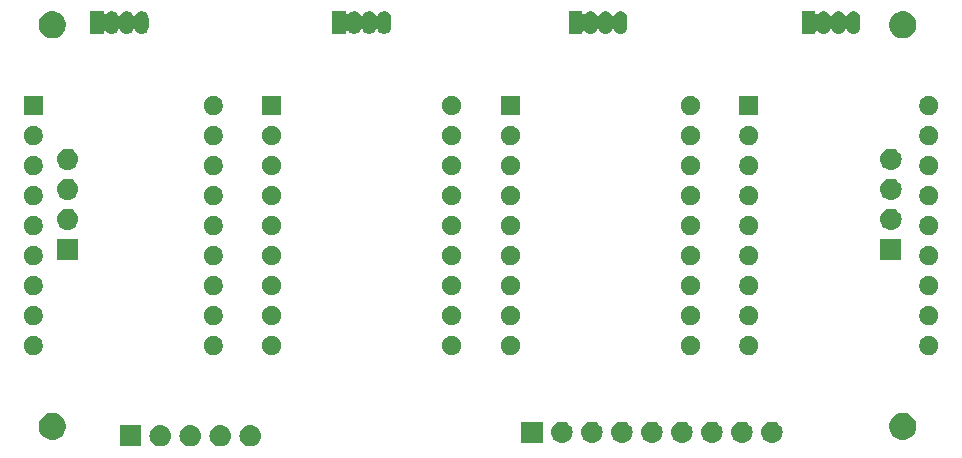
<source format=gbr>
G04 #@! TF.GenerationSoftware,KiCad,Pcbnew,(5.1.4)-1*
G04 #@! TF.CreationDate,2019-09-25T15:42:07+02:00*
G04 #@! TF.ProjectId,Display4x16segment,44697370-6c61-4793-9478-31367365676d,rev?*
G04 #@! TF.SameCoordinates,Original*
G04 #@! TF.FileFunction,Soldermask,Top*
G04 #@! TF.FilePolarity,Negative*
%FSLAX46Y46*%
G04 Gerber Fmt 4.6, Leading zero omitted, Abs format (unit mm)*
G04 Created by KiCad (PCBNEW (5.1.4)-1) date 2019-09-25 15:42:07*
%MOMM*%
%LPD*%
G04 APERTURE LIST*
%ADD10C,0.100000*%
G04 APERTURE END LIST*
D10*
G36*
X170870442Y-136905518D02*
G01*
X170936627Y-136912037D01*
X171106466Y-136963557D01*
X171262991Y-137047222D01*
X171298729Y-137076552D01*
X171400186Y-137159814D01*
X171483448Y-137261271D01*
X171512778Y-137297009D01*
X171596443Y-137453534D01*
X171647963Y-137623373D01*
X171665359Y-137800000D01*
X171647963Y-137976627D01*
X171596443Y-138146466D01*
X171512778Y-138302991D01*
X171485325Y-138336442D01*
X171400186Y-138440186D01*
X171298729Y-138523448D01*
X171262991Y-138552778D01*
X171106466Y-138636443D01*
X170936627Y-138687963D01*
X170870442Y-138694482D01*
X170804260Y-138701000D01*
X170715740Y-138701000D01*
X170649558Y-138694482D01*
X170583373Y-138687963D01*
X170413534Y-138636443D01*
X170257009Y-138552778D01*
X170221271Y-138523448D01*
X170119814Y-138440186D01*
X170034675Y-138336442D01*
X170007222Y-138302991D01*
X169923557Y-138146466D01*
X169872037Y-137976627D01*
X169854641Y-137800000D01*
X169872037Y-137623373D01*
X169923557Y-137453534D01*
X170007222Y-137297009D01*
X170036552Y-137261271D01*
X170119814Y-137159814D01*
X170221271Y-137076552D01*
X170257009Y-137047222D01*
X170413534Y-136963557D01*
X170583373Y-136912037D01*
X170649558Y-136905518D01*
X170715740Y-136899000D01*
X170804260Y-136899000D01*
X170870442Y-136905518D01*
X170870442Y-136905518D01*
G37*
G36*
X168330442Y-136905518D02*
G01*
X168396627Y-136912037D01*
X168566466Y-136963557D01*
X168722991Y-137047222D01*
X168758729Y-137076552D01*
X168860186Y-137159814D01*
X168943448Y-137261271D01*
X168972778Y-137297009D01*
X169056443Y-137453534D01*
X169107963Y-137623373D01*
X169125359Y-137800000D01*
X169107963Y-137976627D01*
X169056443Y-138146466D01*
X168972778Y-138302991D01*
X168945325Y-138336442D01*
X168860186Y-138440186D01*
X168758729Y-138523448D01*
X168722991Y-138552778D01*
X168566466Y-138636443D01*
X168396627Y-138687963D01*
X168330442Y-138694482D01*
X168264260Y-138701000D01*
X168175740Y-138701000D01*
X168109558Y-138694482D01*
X168043373Y-138687963D01*
X167873534Y-138636443D01*
X167717009Y-138552778D01*
X167681271Y-138523448D01*
X167579814Y-138440186D01*
X167494675Y-138336442D01*
X167467222Y-138302991D01*
X167383557Y-138146466D01*
X167332037Y-137976627D01*
X167314641Y-137800000D01*
X167332037Y-137623373D01*
X167383557Y-137453534D01*
X167467222Y-137297009D01*
X167496552Y-137261271D01*
X167579814Y-137159814D01*
X167681271Y-137076552D01*
X167717009Y-137047222D01*
X167873534Y-136963557D01*
X168043373Y-136912037D01*
X168109558Y-136905518D01*
X168175740Y-136899000D01*
X168264260Y-136899000D01*
X168330442Y-136905518D01*
X168330442Y-136905518D01*
G37*
G36*
X165790442Y-136905518D02*
G01*
X165856627Y-136912037D01*
X166026466Y-136963557D01*
X166182991Y-137047222D01*
X166218729Y-137076552D01*
X166320186Y-137159814D01*
X166403448Y-137261271D01*
X166432778Y-137297009D01*
X166516443Y-137453534D01*
X166567963Y-137623373D01*
X166585359Y-137800000D01*
X166567963Y-137976627D01*
X166516443Y-138146466D01*
X166432778Y-138302991D01*
X166405325Y-138336442D01*
X166320186Y-138440186D01*
X166218729Y-138523448D01*
X166182991Y-138552778D01*
X166026466Y-138636443D01*
X165856627Y-138687963D01*
X165790442Y-138694482D01*
X165724260Y-138701000D01*
X165635740Y-138701000D01*
X165569558Y-138694482D01*
X165503373Y-138687963D01*
X165333534Y-138636443D01*
X165177009Y-138552778D01*
X165141271Y-138523448D01*
X165039814Y-138440186D01*
X164954675Y-138336442D01*
X164927222Y-138302991D01*
X164843557Y-138146466D01*
X164792037Y-137976627D01*
X164774641Y-137800000D01*
X164792037Y-137623373D01*
X164843557Y-137453534D01*
X164927222Y-137297009D01*
X164956552Y-137261271D01*
X165039814Y-137159814D01*
X165141271Y-137076552D01*
X165177009Y-137047222D01*
X165333534Y-136963557D01*
X165503373Y-136912037D01*
X165569558Y-136905518D01*
X165635740Y-136899000D01*
X165724260Y-136899000D01*
X165790442Y-136905518D01*
X165790442Y-136905518D01*
G37*
G36*
X161501000Y-138701000D02*
G01*
X159699000Y-138701000D01*
X159699000Y-136899000D01*
X161501000Y-136899000D01*
X161501000Y-138701000D01*
X161501000Y-138701000D01*
G37*
G36*
X163250442Y-136905518D02*
G01*
X163316627Y-136912037D01*
X163486466Y-136963557D01*
X163642991Y-137047222D01*
X163678729Y-137076552D01*
X163780186Y-137159814D01*
X163863448Y-137261271D01*
X163892778Y-137297009D01*
X163976443Y-137453534D01*
X164027963Y-137623373D01*
X164045359Y-137800000D01*
X164027963Y-137976627D01*
X163976443Y-138146466D01*
X163892778Y-138302991D01*
X163865325Y-138336442D01*
X163780186Y-138440186D01*
X163678729Y-138523448D01*
X163642991Y-138552778D01*
X163486466Y-138636443D01*
X163316627Y-138687963D01*
X163250442Y-138694482D01*
X163184260Y-138701000D01*
X163095740Y-138701000D01*
X163029558Y-138694482D01*
X162963373Y-138687963D01*
X162793534Y-138636443D01*
X162637009Y-138552778D01*
X162601271Y-138523448D01*
X162499814Y-138440186D01*
X162414675Y-138336442D01*
X162387222Y-138302991D01*
X162303557Y-138146466D01*
X162252037Y-137976627D01*
X162234641Y-137800000D01*
X162252037Y-137623373D01*
X162303557Y-137453534D01*
X162387222Y-137297009D01*
X162416552Y-137261271D01*
X162499814Y-137159814D01*
X162601271Y-137076552D01*
X162637009Y-137047222D01*
X162793534Y-136963557D01*
X162963373Y-136912037D01*
X163029558Y-136905518D01*
X163095740Y-136899000D01*
X163184260Y-136899000D01*
X163250442Y-136905518D01*
X163250442Y-136905518D01*
G37*
G36*
X199800442Y-136605518D02*
G01*
X199866627Y-136612037D01*
X200036466Y-136663557D01*
X200036468Y-136663558D01*
X200037794Y-136664267D01*
X200192991Y-136747222D01*
X200228729Y-136776552D01*
X200330186Y-136859814D01*
X200413448Y-136961271D01*
X200442778Y-136997009D01*
X200526443Y-137153534D01*
X200577963Y-137323373D01*
X200595359Y-137500000D01*
X200577963Y-137676627D01*
X200526443Y-137846466D01*
X200442778Y-138002991D01*
X200413448Y-138038729D01*
X200330186Y-138140186D01*
X200228729Y-138223448D01*
X200192991Y-138252778D01*
X200036466Y-138336443D01*
X199866627Y-138387963D01*
X199800442Y-138394482D01*
X199734260Y-138401000D01*
X199645740Y-138401000D01*
X199579558Y-138394482D01*
X199513373Y-138387963D01*
X199343534Y-138336443D01*
X199187009Y-138252778D01*
X199151271Y-138223448D01*
X199049814Y-138140186D01*
X198966552Y-138038729D01*
X198937222Y-138002991D01*
X198853557Y-137846466D01*
X198802037Y-137676627D01*
X198784641Y-137500000D01*
X198802037Y-137323373D01*
X198853557Y-137153534D01*
X198937222Y-136997009D01*
X198966552Y-136961271D01*
X199049814Y-136859814D01*
X199151271Y-136776552D01*
X199187009Y-136747222D01*
X199342206Y-136664267D01*
X199343532Y-136663558D01*
X199343534Y-136663557D01*
X199513373Y-136612037D01*
X199579558Y-136605518D01*
X199645740Y-136599000D01*
X199734260Y-136599000D01*
X199800442Y-136605518D01*
X199800442Y-136605518D01*
G37*
G36*
X204880442Y-136605518D02*
G01*
X204946627Y-136612037D01*
X205116466Y-136663557D01*
X205116468Y-136663558D01*
X205117794Y-136664267D01*
X205272991Y-136747222D01*
X205308729Y-136776552D01*
X205410186Y-136859814D01*
X205493448Y-136961271D01*
X205522778Y-136997009D01*
X205606443Y-137153534D01*
X205657963Y-137323373D01*
X205675359Y-137500000D01*
X205657963Y-137676627D01*
X205606443Y-137846466D01*
X205522778Y-138002991D01*
X205493448Y-138038729D01*
X205410186Y-138140186D01*
X205308729Y-138223448D01*
X205272991Y-138252778D01*
X205116466Y-138336443D01*
X204946627Y-138387963D01*
X204880442Y-138394482D01*
X204814260Y-138401000D01*
X204725740Y-138401000D01*
X204659558Y-138394482D01*
X204593373Y-138387963D01*
X204423534Y-138336443D01*
X204267009Y-138252778D01*
X204231271Y-138223448D01*
X204129814Y-138140186D01*
X204046552Y-138038729D01*
X204017222Y-138002991D01*
X203933557Y-137846466D01*
X203882037Y-137676627D01*
X203864641Y-137500000D01*
X203882037Y-137323373D01*
X203933557Y-137153534D01*
X204017222Y-136997009D01*
X204046552Y-136961271D01*
X204129814Y-136859814D01*
X204231271Y-136776552D01*
X204267009Y-136747222D01*
X204422206Y-136664267D01*
X204423532Y-136663558D01*
X204423534Y-136663557D01*
X204593373Y-136612037D01*
X204659558Y-136605518D01*
X204725740Y-136599000D01*
X204814260Y-136599000D01*
X204880442Y-136605518D01*
X204880442Y-136605518D01*
G37*
G36*
X202340442Y-136605518D02*
G01*
X202406627Y-136612037D01*
X202576466Y-136663557D01*
X202576468Y-136663558D01*
X202577794Y-136664267D01*
X202732991Y-136747222D01*
X202768729Y-136776552D01*
X202870186Y-136859814D01*
X202953448Y-136961271D01*
X202982778Y-136997009D01*
X203066443Y-137153534D01*
X203117963Y-137323373D01*
X203135359Y-137500000D01*
X203117963Y-137676627D01*
X203066443Y-137846466D01*
X202982778Y-138002991D01*
X202953448Y-138038729D01*
X202870186Y-138140186D01*
X202768729Y-138223448D01*
X202732991Y-138252778D01*
X202576466Y-138336443D01*
X202406627Y-138387963D01*
X202340442Y-138394482D01*
X202274260Y-138401000D01*
X202185740Y-138401000D01*
X202119558Y-138394482D01*
X202053373Y-138387963D01*
X201883534Y-138336443D01*
X201727009Y-138252778D01*
X201691271Y-138223448D01*
X201589814Y-138140186D01*
X201506552Y-138038729D01*
X201477222Y-138002991D01*
X201393557Y-137846466D01*
X201342037Y-137676627D01*
X201324641Y-137500000D01*
X201342037Y-137323373D01*
X201393557Y-137153534D01*
X201477222Y-136997009D01*
X201506552Y-136961271D01*
X201589814Y-136859814D01*
X201691271Y-136776552D01*
X201727009Y-136747222D01*
X201882206Y-136664267D01*
X201883532Y-136663558D01*
X201883534Y-136663557D01*
X202053373Y-136612037D01*
X202119558Y-136605518D01*
X202185740Y-136599000D01*
X202274260Y-136599000D01*
X202340442Y-136605518D01*
X202340442Y-136605518D01*
G37*
G36*
X197260442Y-136605518D02*
G01*
X197326627Y-136612037D01*
X197496466Y-136663557D01*
X197496468Y-136663558D01*
X197497794Y-136664267D01*
X197652991Y-136747222D01*
X197688729Y-136776552D01*
X197790186Y-136859814D01*
X197873448Y-136961271D01*
X197902778Y-136997009D01*
X197986443Y-137153534D01*
X198037963Y-137323373D01*
X198055359Y-137500000D01*
X198037963Y-137676627D01*
X197986443Y-137846466D01*
X197902778Y-138002991D01*
X197873448Y-138038729D01*
X197790186Y-138140186D01*
X197688729Y-138223448D01*
X197652991Y-138252778D01*
X197496466Y-138336443D01*
X197326627Y-138387963D01*
X197260442Y-138394482D01*
X197194260Y-138401000D01*
X197105740Y-138401000D01*
X197039558Y-138394482D01*
X196973373Y-138387963D01*
X196803534Y-138336443D01*
X196647009Y-138252778D01*
X196611271Y-138223448D01*
X196509814Y-138140186D01*
X196426552Y-138038729D01*
X196397222Y-138002991D01*
X196313557Y-137846466D01*
X196262037Y-137676627D01*
X196244641Y-137500000D01*
X196262037Y-137323373D01*
X196313557Y-137153534D01*
X196397222Y-136997009D01*
X196426552Y-136961271D01*
X196509814Y-136859814D01*
X196611271Y-136776552D01*
X196647009Y-136747222D01*
X196802206Y-136664267D01*
X196803532Y-136663558D01*
X196803534Y-136663557D01*
X196973373Y-136612037D01*
X197039558Y-136605518D01*
X197105740Y-136599000D01*
X197194260Y-136599000D01*
X197260442Y-136605518D01*
X197260442Y-136605518D01*
G37*
G36*
X195511000Y-138401000D02*
G01*
X193709000Y-138401000D01*
X193709000Y-136599000D01*
X195511000Y-136599000D01*
X195511000Y-138401000D01*
X195511000Y-138401000D01*
G37*
G36*
X215040442Y-136605518D02*
G01*
X215106627Y-136612037D01*
X215276466Y-136663557D01*
X215276468Y-136663558D01*
X215277794Y-136664267D01*
X215432991Y-136747222D01*
X215468729Y-136776552D01*
X215570186Y-136859814D01*
X215653448Y-136961271D01*
X215682778Y-136997009D01*
X215766443Y-137153534D01*
X215817963Y-137323373D01*
X215835359Y-137500000D01*
X215817963Y-137676627D01*
X215766443Y-137846466D01*
X215682778Y-138002991D01*
X215653448Y-138038729D01*
X215570186Y-138140186D01*
X215468729Y-138223448D01*
X215432991Y-138252778D01*
X215276466Y-138336443D01*
X215106627Y-138387963D01*
X215040442Y-138394482D01*
X214974260Y-138401000D01*
X214885740Y-138401000D01*
X214819558Y-138394482D01*
X214753373Y-138387963D01*
X214583534Y-138336443D01*
X214427009Y-138252778D01*
X214391271Y-138223448D01*
X214289814Y-138140186D01*
X214206552Y-138038729D01*
X214177222Y-138002991D01*
X214093557Y-137846466D01*
X214042037Y-137676627D01*
X214024641Y-137500000D01*
X214042037Y-137323373D01*
X214093557Y-137153534D01*
X214177222Y-136997009D01*
X214206552Y-136961271D01*
X214289814Y-136859814D01*
X214391271Y-136776552D01*
X214427009Y-136747222D01*
X214582206Y-136664267D01*
X214583532Y-136663558D01*
X214583534Y-136663557D01*
X214753373Y-136612037D01*
X214819558Y-136605518D01*
X214885740Y-136599000D01*
X214974260Y-136599000D01*
X215040442Y-136605518D01*
X215040442Y-136605518D01*
G37*
G36*
X212500442Y-136605518D02*
G01*
X212566627Y-136612037D01*
X212736466Y-136663557D01*
X212736468Y-136663558D01*
X212737794Y-136664267D01*
X212892991Y-136747222D01*
X212928729Y-136776552D01*
X213030186Y-136859814D01*
X213113448Y-136961271D01*
X213142778Y-136997009D01*
X213226443Y-137153534D01*
X213277963Y-137323373D01*
X213295359Y-137500000D01*
X213277963Y-137676627D01*
X213226443Y-137846466D01*
X213142778Y-138002991D01*
X213113448Y-138038729D01*
X213030186Y-138140186D01*
X212928729Y-138223448D01*
X212892991Y-138252778D01*
X212736466Y-138336443D01*
X212566627Y-138387963D01*
X212500442Y-138394482D01*
X212434260Y-138401000D01*
X212345740Y-138401000D01*
X212279558Y-138394482D01*
X212213373Y-138387963D01*
X212043534Y-138336443D01*
X211887009Y-138252778D01*
X211851271Y-138223448D01*
X211749814Y-138140186D01*
X211666552Y-138038729D01*
X211637222Y-138002991D01*
X211553557Y-137846466D01*
X211502037Y-137676627D01*
X211484641Y-137500000D01*
X211502037Y-137323373D01*
X211553557Y-137153534D01*
X211637222Y-136997009D01*
X211666552Y-136961271D01*
X211749814Y-136859814D01*
X211851271Y-136776552D01*
X211887009Y-136747222D01*
X212042206Y-136664267D01*
X212043532Y-136663558D01*
X212043534Y-136663557D01*
X212213373Y-136612037D01*
X212279558Y-136605518D01*
X212345740Y-136599000D01*
X212434260Y-136599000D01*
X212500442Y-136605518D01*
X212500442Y-136605518D01*
G37*
G36*
X209960442Y-136605518D02*
G01*
X210026627Y-136612037D01*
X210196466Y-136663557D01*
X210196468Y-136663558D01*
X210197794Y-136664267D01*
X210352991Y-136747222D01*
X210388729Y-136776552D01*
X210490186Y-136859814D01*
X210573448Y-136961271D01*
X210602778Y-136997009D01*
X210686443Y-137153534D01*
X210737963Y-137323373D01*
X210755359Y-137500000D01*
X210737963Y-137676627D01*
X210686443Y-137846466D01*
X210602778Y-138002991D01*
X210573448Y-138038729D01*
X210490186Y-138140186D01*
X210388729Y-138223448D01*
X210352991Y-138252778D01*
X210196466Y-138336443D01*
X210026627Y-138387963D01*
X209960442Y-138394482D01*
X209894260Y-138401000D01*
X209805740Y-138401000D01*
X209739558Y-138394482D01*
X209673373Y-138387963D01*
X209503534Y-138336443D01*
X209347009Y-138252778D01*
X209311271Y-138223448D01*
X209209814Y-138140186D01*
X209126552Y-138038729D01*
X209097222Y-138002991D01*
X209013557Y-137846466D01*
X208962037Y-137676627D01*
X208944641Y-137500000D01*
X208962037Y-137323373D01*
X209013557Y-137153534D01*
X209097222Y-136997009D01*
X209126552Y-136961271D01*
X209209814Y-136859814D01*
X209311271Y-136776552D01*
X209347009Y-136747222D01*
X209502206Y-136664267D01*
X209503532Y-136663558D01*
X209503534Y-136663557D01*
X209673373Y-136612037D01*
X209739558Y-136605518D01*
X209805740Y-136599000D01*
X209894260Y-136599000D01*
X209960442Y-136605518D01*
X209960442Y-136605518D01*
G37*
G36*
X207420442Y-136605518D02*
G01*
X207486627Y-136612037D01*
X207656466Y-136663557D01*
X207656468Y-136663558D01*
X207657794Y-136664267D01*
X207812991Y-136747222D01*
X207848729Y-136776552D01*
X207950186Y-136859814D01*
X208033448Y-136961271D01*
X208062778Y-136997009D01*
X208146443Y-137153534D01*
X208197963Y-137323373D01*
X208215359Y-137500000D01*
X208197963Y-137676627D01*
X208146443Y-137846466D01*
X208062778Y-138002991D01*
X208033448Y-138038729D01*
X207950186Y-138140186D01*
X207848729Y-138223448D01*
X207812991Y-138252778D01*
X207656466Y-138336443D01*
X207486627Y-138387963D01*
X207420442Y-138394482D01*
X207354260Y-138401000D01*
X207265740Y-138401000D01*
X207199558Y-138394482D01*
X207133373Y-138387963D01*
X206963534Y-138336443D01*
X206807009Y-138252778D01*
X206771271Y-138223448D01*
X206669814Y-138140186D01*
X206586552Y-138038729D01*
X206557222Y-138002991D01*
X206473557Y-137846466D01*
X206422037Y-137676627D01*
X206404641Y-137500000D01*
X206422037Y-137323373D01*
X206473557Y-137153534D01*
X206557222Y-136997009D01*
X206586552Y-136961271D01*
X206669814Y-136859814D01*
X206771271Y-136776552D01*
X206807009Y-136747222D01*
X206962206Y-136664267D01*
X206963532Y-136663558D01*
X206963534Y-136663557D01*
X207133373Y-136612037D01*
X207199558Y-136605518D01*
X207265740Y-136599000D01*
X207354260Y-136599000D01*
X207420442Y-136605518D01*
X207420442Y-136605518D01*
G37*
G36*
X226224549Y-135871116D02*
G01*
X226335734Y-135893232D01*
X226545203Y-135979997D01*
X226733720Y-136105960D01*
X226894040Y-136266280D01*
X227020003Y-136454797D01*
X227106768Y-136664266D01*
X227151000Y-136886636D01*
X227151000Y-137113364D01*
X227106768Y-137335734D01*
X227020003Y-137545203D01*
X226894040Y-137733720D01*
X226733720Y-137894040D01*
X226545203Y-138020003D01*
X226335734Y-138106768D01*
X226224549Y-138128884D01*
X226113365Y-138151000D01*
X225886635Y-138151000D01*
X225775451Y-138128884D01*
X225664266Y-138106768D01*
X225454797Y-138020003D01*
X225266280Y-137894040D01*
X225105960Y-137733720D01*
X224979997Y-137545203D01*
X224893232Y-137335734D01*
X224849000Y-137113364D01*
X224849000Y-136886636D01*
X224893232Y-136664266D01*
X224979997Y-136454797D01*
X225105960Y-136266280D01*
X225266280Y-136105960D01*
X225454797Y-135979997D01*
X225664266Y-135893232D01*
X225775451Y-135871116D01*
X225886635Y-135849000D01*
X226113365Y-135849000D01*
X226224549Y-135871116D01*
X226224549Y-135871116D01*
G37*
G36*
X154224549Y-135871116D02*
G01*
X154335734Y-135893232D01*
X154545203Y-135979997D01*
X154733720Y-136105960D01*
X154894040Y-136266280D01*
X155020003Y-136454797D01*
X155106768Y-136664266D01*
X155151000Y-136886636D01*
X155151000Y-137113364D01*
X155106768Y-137335734D01*
X155020003Y-137545203D01*
X154894040Y-137733720D01*
X154733720Y-137894040D01*
X154545203Y-138020003D01*
X154335734Y-138106768D01*
X154224549Y-138128884D01*
X154113365Y-138151000D01*
X153886635Y-138151000D01*
X153775451Y-138128884D01*
X153664266Y-138106768D01*
X153454797Y-138020003D01*
X153266280Y-137894040D01*
X153105960Y-137733720D01*
X152979997Y-137545203D01*
X152893232Y-137335734D01*
X152849000Y-137113364D01*
X152849000Y-136886636D01*
X152893232Y-136664266D01*
X152979997Y-136454797D01*
X153105960Y-136266280D01*
X153266280Y-136105960D01*
X153454797Y-135979997D01*
X153664266Y-135893232D01*
X153775451Y-135871116D01*
X153886635Y-135849000D01*
X154113365Y-135849000D01*
X154224549Y-135871116D01*
X154224549Y-135871116D01*
G37*
G36*
X193017142Y-129378242D02*
G01*
X193165101Y-129439529D01*
X193298255Y-129528499D01*
X193411501Y-129641745D01*
X193500471Y-129774899D01*
X193561758Y-129922858D01*
X193593000Y-130079925D01*
X193593000Y-130240075D01*
X193561758Y-130397142D01*
X193500471Y-130545101D01*
X193411501Y-130678255D01*
X193298255Y-130791501D01*
X193165101Y-130880471D01*
X193017142Y-130941758D01*
X192860075Y-130973000D01*
X192699925Y-130973000D01*
X192542858Y-130941758D01*
X192394899Y-130880471D01*
X192261745Y-130791501D01*
X192148499Y-130678255D01*
X192059529Y-130545101D01*
X191998242Y-130397142D01*
X191967000Y-130240075D01*
X191967000Y-130079925D01*
X191998242Y-129922858D01*
X192059529Y-129774899D01*
X192148499Y-129641745D01*
X192261745Y-129528499D01*
X192394899Y-129439529D01*
X192542858Y-129378242D01*
X192699925Y-129347000D01*
X192860075Y-129347000D01*
X193017142Y-129378242D01*
X193017142Y-129378242D01*
G37*
G36*
X152617142Y-129378242D02*
G01*
X152765101Y-129439529D01*
X152898255Y-129528499D01*
X153011501Y-129641745D01*
X153100471Y-129774899D01*
X153161758Y-129922858D01*
X153193000Y-130079925D01*
X153193000Y-130240075D01*
X153161758Y-130397142D01*
X153100471Y-130545101D01*
X153011501Y-130678255D01*
X152898255Y-130791501D01*
X152765101Y-130880471D01*
X152617142Y-130941758D01*
X152460075Y-130973000D01*
X152299925Y-130973000D01*
X152142858Y-130941758D01*
X151994899Y-130880471D01*
X151861745Y-130791501D01*
X151748499Y-130678255D01*
X151659529Y-130545101D01*
X151598242Y-130397142D01*
X151567000Y-130240075D01*
X151567000Y-130079925D01*
X151598242Y-129922858D01*
X151659529Y-129774899D01*
X151748499Y-129641745D01*
X151861745Y-129528499D01*
X151994899Y-129439529D01*
X152142858Y-129378242D01*
X152299925Y-129347000D01*
X152460075Y-129347000D01*
X152617142Y-129378242D01*
X152617142Y-129378242D01*
G37*
G36*
X167857142Y-129378242D02*
G01*
X168005101Y-129439529D01*
X168138255Y-129528499D01*
X168251501Y-129641745D01*
X168340471Y-129774899D01*
X168401758Y-129922858D01*
X168433000Y-130079925D01*
X168433000Y-130240075D01*
X168401758Y-130397142D01*
X168340471Y-130545101D01*
X168251501Y-130678255D01*
X168138255Y-130791501D01*
X168005101Y-130880471D01*
X167857142Y-130941758D01*
X167700075Y-130973000D01*
X167539925Y-130973000D01*
X167382858Y-130941758D01*
X167234899Y-130880471D01*
X167101745Y-130791501D01*
X166988499Y-130678255D01*
X166899529Y-130545101D01*
X166838242Y-130397142D01*
X166807000Y-130240075D01*
X166807000Y-130079925D01*
X166838242Y-129922858D01*
X166899529Y-129774899D01*
X166988499Y-129641745D01*
X167101745Y-129528499D01*
X167234899Y-129439529D01*
X167382858Y-129378242D01*
X167539925Y-129347000D01*
X167700075Y-129347000D01*
X167857142Y-129378242D01*
X167857142Y-129378242D01*
G37*
G36*
X172817142Y-129378242D02*
G01*
X172965101Y-129439529D01*
X173098255Y-129528499D01*
X173211501Y-129641745D01*
X173300471Y-129774899D01*
X173361758Y-129922858D01*
X173393000Y-130079925D01*
X173393000Y-130240075D01*
X173361758Y-130397142D01*
X173300471Y-130545101D01*
X173211501Y-130678255D01*
X173098255Y-130791501D01*
X172965101Y-130880471D01*
X172817142Y-130941758D01*
X172660075Y-130973000D01*
X172499925Y-130973000D01*
X172342858Y-130941758D01*
X172194899Y-130880471D01*
X172061745Y-130791501D01*
X171948499Y-130678255D01*
X171859529Y-130545101D01*
X171798242Y-130397142D01*
X171767000Y-130240075D01*
X171767000Y-130079925D01*
X171798242Y-129922858D01*
X171859529Y-129774899D01*
X171948499Y-129641745D01*
X172061745Y-129528499D01*
X172194899Y-129439529D01*
X172342858Y-129378242D01*
X172499925Y-129347000D01*
X172660075Y-129347000D01*
X172817142Y-129378242D01*
X172817142Y-129378242D01*
G37*
G36*
X188057142Y-129378242D02*
G01*
X188205101Y-129439529D01*
X188338255Y-129528499D01*
X188451501Y-129641745D01*
X188540471Y-129774899D01*
X188601758Y-129922858D01*
X188633000Y-130079925D01*
X188633000Y-130240075D01*
X188601758Y-130397142D01*
X188540471Y-130545101D01*
X188451501Y-130678255D01*
X188338255Y-130791501D01*
X188205101Y-130880471D01*
X188057142Y-130941758D01*
X187900075Y-130973000D01*
X187739925Y-130973000D01*
X187582858Y-130941758D01*
X187434899Y-130880471D01*
X187301745Y-130791501D01*
X187188499Y-130678255D01*
X187099529Y-130545101D01*
X187038242Y-130397142D01*
X187007000Y-130240075D01*
X187007000Y-130079925D01*
X187038242Y-129922858D01*
X187099529Y-129774899D01*
X187188499Y-129641745D01*
X187301745Y-129528499D01*
X187434899Y-129439529D01*
X187582858Y-129378242D01*
X187739925Y-129347000D01*
X187900075Y-129347000D01*
X188057142Y-129378242D01*
X188057142Y-129378242D01*
G37*
G36*
X208257142Y-129378242D02*
G01*
X208405101Y-129439529D01*
X208538255Y-129528499D01*
X208651501Y-129641745D01*
X208740471Y-129774899D01*
X208801758Y-129922858D01*
X208833000Y-130079925D01*
X208833000Y-130240075D01*
X208801758Y-130397142D01*
X208740471Y-130545101D01*
X208651501Y-130678255D01*
X208538255Y-130791501D01*
X208405101Y-130880471D01*
X208257142Y-130941758D01*
X208100075Y-130973000D01*
X207939925Y-130973000D01*
X207782858Y-130941758D01*
X207634899Y-130880471D01*
X207501745Y-130791501D01*
X207388499Y-130678255D01*
X207299529Y-130545101D01*
X207238242Y-130397142D01*
X207207000Y-130240075D01*
X207207000Y-130079925D01*
X207238242Y-129922858D01*
X207299529Y-129774899D01*
X207388499Y-129641745D01*
X207501745Y-129528499D01*
X207634899Y-129439529D01*
X207782858Y-129378242D01*
X207939925Y-129347000D01*
X208100075Y-129347000D01*
X208257142Y-129378242D01*
X208257142Y-129378242D01*
G37*
G36*
X213217142Y-129378242D02*
G01*
X213365101Y-129439529D01*
X213498255Y-129528499D01*
X213611501Y-129641745D01*
X213700471Y-129774899D01*
X213761758Y-129922858D01*
X213793000Y-130079925D01*
X213793000Y-130240075D01*
X213761758Y-130397142D01*
X213700471Y-130545101D01*
X213611501Y-130678255D01*
X213498255Y-130791501D01*
X213365101Y-130880471D01*
X213217142Y-130941758D01*
X213060075Y-130973000D01*
X212899925Y-130973000D01*
X212742858Y-130941758D01*
X212594899Y-130880471D01*
X212461745Y-130791501D01*
X212348499Y-130678255D01*
X212259529Y-130545101D01*
X212198242Y-130397142D01*
X212167000Y-130240075D01*
X212167000Y-130079925D01*
X212198242Y-129922858D01*
X212259529Y-129774899D01*
X212348499Y-129641745D01*
X212461745Y-129528499D01*
X212594899Y-129439529D01*
X212742858Y-129378242D01*
X212899925Y-129347000D01*
X213060075Y-129347000D01*
X213217142Y-129378242D01*
X213217142Y-129378242D01*
G37*
G36*
X228457142Y-129378242D02*
G01*
X228605101Y-129439529D01*
X228738255Y-129528499D01*
X228851501Y-129641745D01*
X228940471Y-129774899D01*
X229001758Y-129922858D01*
X229033000Y-130079925D01*
X229033000Y-130240075D01*
X229001758Y-130397142D01*
X228940471Y-130545101D01*
X228851501Y-130678255D01*
X228738255Y-130791501D01*
X228605101Y-130880471D01*
X228457142Y-130941758D01*
X228300075Y-130973000D01*
X228139925Y-130973000D01*
X227982858Y-130941758D01*
X227834899Y-130880471D01*
X227701745Y-130791501D01*
X227588499Y-130678255D01*
X227499529Y-130545101D01*
X227438242Y-130397142D01*
X227407000Y-130240075D01*
X227407000Y-130079925D01*
X227438242Y-129922858D01*
X227499529Y-129774899D01*
X227588499Y-129641745D01*
X227701745Y-129528499D01*
X227834899Y-129439529D01*
X227982858Y-129378242D01*
X228139925Y-129347000D01*
X228300075Y-129347000D01*
X228457142Y-129378242D01*
X228457142Y-129378242D01*
G37*
G36*
X188057142Y-126838242D02*
G01*
X188205101Y-126899529D01*
X188338255Y-126988499D01*
X188451501Y-127101745D01*
X188540471Y-127234899D01*
X188601758Y-127382858D01*
X188633000Y-127539925D01*
X188633000Y-127700075D01*
X188601758Y-127857142D01*
X188540471Y-128005101D01*
X188451501Y-128138255D01*
X188338255Y-128251501D01*
X188205101Y-128340471D01*
X188057142Y-128401758D01*
X187900075Y-128433000D01*
X187739925Y-128433000D01*
X187582858Y-128401758D01*
X187434899Y-128340471D01*
X187301745Y-128251501D01*
X187188499Y-128138255D01*
X187099529Y-128005101D01*
X187038242Y-127857142D01*
X187007000Y-127700075D01*
X187007000Y-127539925D01*
X187038242Y-127382858D01*
X187099529Y-127234899D01*
X187188499Y-127101745D01*
X187301745Y-126988499D01*
X187434899Y-126899529D01*
X187582858Y-126838242D01*
X187739925Y-126807000D01*
X187900075Y-126807000D01*
X188057142Y-126838242D01*
X188057142Y-126838242D01*
G37*
G36*
X152617142Y-126838242D02*
G01*
X152765101Y-126899529D01*
X152898255Y-126988499D01*
X153011501Y-127101745D01*
X153100471Y-127234899D01*
X153161758Y-127382858D01*
X153193000Y-127539925D01*
X153193000Y-127700075D01*
X153161758Y-127857142D01*
X153100471Y-128005101D01*
X153011501Y-128138255D01*
X152898255Y-128251501D01*
X152765101Y-128340471D01*
X152617142Y-128401758D01*
X152460075Y-128433000D01*
X152299925Y-128433000D01*
X152142858Y-128401758D01*
X151994899Y-128340471D01*
X151861745Y-128251501D01*
X151748499Y-128138255D01*
X151659529Y-128005101D01*
X151598242Y-127857142D01*
X151567000Y-127700075D01*
X151567000Y-127539925D01*
X151598242Y-127382858D01*
X151659529Y-127234899D01*
X151748499Y-127101745D01*
X151861745Y-126988499D01*
X151994899Y-126899529D01*
X152142858Y-126838242D01*
X152299925Y-126807000D01*
X152460075Y-126807000D01*
X152617142Y-126838242D01*
X152617142Y-126838242D01*
G37*
G36*
X208257142Y-126838242D02*
G01*
X208405101Y-126899529D01*
X208538255Y-126988499D01*
X208651501Y-127101745D01*
X208740471Y-127234899D01*
X208801758Y-127382858D01*
X208833000Y-127539925D01*
X208833000Y-127700075D01*
X208801758Y-127857142D01*
X208740471Y-128005101D01*
X208651501Y-128138255D01*
X208538255Y-128251501D01*
X208405101Y-128340471D01*
X208257142Y-128401758D01*
X208100075Y-128433000D01*
X207939925Y-128433000D01*
X207782858Y-128401758D01*
X207634899Y-128340471D01*
X207501745Y-128251501D01*
X207388499Y-128138255D01*
X207299529Y-128005101D01*
X207238242Y-127857142D01*
X207207000Y-127700075D01*
X207207000Y-127539925D01*
X207238242Y-127382858D01*
X207299529Y-127234899D01*
X207388499Y-127101745D01*
X207501745Y-126988499D01*
X207634899Y-126899529D01*
X207782858Y-126838242D01*
X207939925Y-126807000D01*
X208100075Y-126807000D01*
X208257142Y-126838242D01*
X208257142Y-126838242D01*
G37*
G36*
X193017142Y-126838242D02*
G01*
X193165101Y-126899529D01*
X193298255Y-126988499D01*
X193411501Y-127101745D01*
X193500471Y-127234899D01*
X193561758Y-127382858D01*
X193593000Y-127539925D01*
X193593000Y-127700075D01*
X193561758Y-127857142D01*
X193500471Y-128005101D01*
X193411501Y-128138255D01*
X193298255Y-128251501D01*
X193165101Y-128340471D01*
X193017142Y-128401758D01*
X192860075Y-128433000D01*
X192699925Y-128433000D01*
X192542858Y-128401758D01*
X192394899Y-128340471D01*
X192261745Y-128251501D01*
X192148499Y-128138255D01*
X192059529Y-128005101D01*
X191998242Y-127857142D01*
X191967000Y-127700075D01*
X191967000Y-127539925D01*
X191998242Y-127382858D01*
X192059529Y-127234899D01*
X192148499Y-127101745D01*
X192261745Y-126988499D01*
X192394899Y-126899529D01*
X192542858Y-126838242D01*
X192699925Y-126807000D01*
X192860075Y-126807000D01*
X193017142Y-126838242D01*
X193017142Y-126838242D01*
G37*
G36*
X172817142Y-126838242D02*
G01*
X172965101Y-126899529D01*
X173098255Y-126988499D01*
X173211501Y-127101745D01*
X173300471Y-127234899D01*
X173361758Y-127382858D01*
X173393000Y-127539925D01*
X173393000Y-127700075D01*
X173361758Y-127857142D01*
X173300471Y-128005101D01*
X173211501Y-128138255D01*
X173098255Y-128251501D01*
X172965101Y-128340471D01*
X172817142Y-128401758D01*
X172660075Y-128433000D01*
X172499925Y-128433000D01*
X172342858Y-128401758D01*
X172194899Y-128340471D01*
X172061745Y-128251501D01*
X171948499Y-128138255D01*
X171859529Y-128005101D01*
X171798242Y-127857142D01*
X171767000Y-127700075D01*
X171767000Y-127539925D01*
X171798242Y-127382858D01*
X171859529Y-127234899D01*
X171948499Y-127101745D01*
X172061745Y-126988499D01*
X172194899Y-126899529D01*
X172342858Y-126838242D01*
X172499925Y-126807000D01*
X172660075Y-126807000D01*
X172817142Y-126838242D01*
X172817142Y-126838242D01*
G37*
G36*
X213217142Y-126838242D02*
G01*
X213365101Y-126899529D01*
X213498255Y-126988499D01*
X213611501Y-127101745D01*
X213700471Y-127234899D01*
X213761758Y-127382858D01*
X213793000Y-127539925D01*
X213793000Y-127700075D01*
X213761758Y-127857142D01*
X213700471Y-128005101D01*
X213611501Y-128138255D01*
X213498255Y-128251501D01*
X213365101Y-128340471D01*
X213217142Y-128401758D01*
X213060075Y-128433000D01*
X212899925Y-128433000D01*
X212742858Y-128401758D01*
X212594899Y-128340471D01*
X212461745Y-128251501D01*
X212348499Y-128138255D01*
X212259529Y-128005101D01*
X212198242Y-127857142D01*
X212167000Y-127700075D01*
X212167000Y-127539925D01*
X212198242Y-127382858D01*
X212259529Y-127234899D01*
X212348499Y-127101745D01*
X212461745Y-126988499D01*
X212594899Y-126899529D01*
X212742858Y-126838242D01*
X212899925Y-126807000D01*
X213060075Y-126807000D01*
X213217142Y-126838242D01*
X213217142Y-126838242D01*
G37*
G36*
X228457142Y-126838242D02*
G01*
X228605101Y-126899529D01*
X228738255Y-126988499D01*
X228851501Y-127101745D01*
X228940471Y-127234899D01*
X229001758Y-127382858D01*
X229033000Y-127539925D01*
X229033000Y-127700075D01*
X229001758Y-127857142D01*
X228940471Y-128005101D01*
X228851501Y-128138255D01*
X228738255Y-128251501D01*
X228605101Y-128340471D01*
X228457142Y-128401758D01*
X228300075Y-128433000D01*
X228139925Y-128433000D01*
X227982858Y-128401758D01*
X227834899Y-128340471D01*
X227701745Y-128251501D01*
X227588499Y-128138255D01*
X227499529Y-128005101D01*
X227438242Y-127857142D01*
X227407000Y-127700075D01*
X227407000Y-127539925D01*
X227438242Y-127382858D01*
X227499529Y-127234899D01*
X227588499Y-127101745D01*
X227701745Y-126988499D01*
X227834899Y-126899529D01*
X227982858Y-126838242D01*
X228139925Y-126807000D01*
X228300075Y-126807000D01*
X228457142Y-126838242D01*
X228457142Y-126838242D01*
G37*
G36*
X167857142Y-126838242D02*
G01*
X168005101Y-126899529D01*
X168138255Y-126988499D01*
X168251501Y-127101745D01*
X168340471Y-127234899D01*
X168401758Y-127382858D01*
X168433000Y-127539925D01*
X168433000Y-127700075D01*
X168401758Y-127857142D01*
X168340471Y-128005101D01*
X168251501Y-128138255D01*
X168138255Y-128251501D01*
X168005101Y-128340471D01*
X167857142Y-128401758D01*
X167700075Y-128433000D01*
X167539925Y-128433000D01*
X167382858Y-128401758D01*
X167234899Y-128340471D01*
X167101745Y-128251501D01*
X166988499Y-128138255D01*
X166899529Y-128005101D01*
X166838242Y-127857142D01*
X166807000Y-127700075D01*
X166807000Y-127539925D01*
X166838242Y-127382858D01*
X166899529Y-127234899D01*
X166988499Y-127101745D01*
X167101745Y-126988499D01*
X167234899Y-126899529D01*
X167382858Y-126838242D01*
X167539925Y-126807000D01*
X167700075Y-126807000D01*
X167857142Y-126838242D01*
X167857142Y-126838242D01*
G37*
G36*
X152617142Y-124298242D02*
G01*
X152765101Y-124359529D01*
X152898255Y-124448499D01*
X153011501Y-124561745D01*
X153100471Y-124694899D01*
X153161758Y-124842858D01*
X153193000Y-124999925D01*
X153193000Y-125160075D01*
X153161758Y-125317142D01*
X153100471Y-125465101D01*
X153011501Y-125598255D01*
X152898255Y-125711501D01*
X152765101Y-125800471D01*
X152617142Y-125861758D01*
X152460075Y-125893000D01*
X152299925Y-125893000D01*
X152142858Y-125861758D01*
X151994899Y-125800471D01*
X151861745Y-125711501D01*
X151748499Y-125598255D01*
X151659529Y-125465101D01*
X151598242Y-125317142D01*
X151567000Y-125160075D01*
X151567000Y-124999925D01*
X151598242Y-124842858D01*
X151659529Y-124694899D01*
X151748499Y-124561745D01*
X151861745Y-124448499D01*
X151994899Y-124359529D01*
X152142858Y-124298242D01*
X152299925Y-124267000D01*
X152460075Y-124267000D01*
X152617142Y-124298242D01*
X152617142Y-124298242D01*
G37*
G36*
X172817142Y-124298242D02*
G01*
X172965101Y-124359529D01*
X173098255Y-124448499D01*
X173211501Y-124561745D01*
X173300471Y-124694899D01*
X173361758Y-124842858D01*
X173393000Y-124999925D01*
X173393000Y-125160075D01*
X173361758Y-125317142D01*
X173300471Y-125465101D01*
X173211501Y-125598255D01*
X173098255Y-125711501D01*
X172965101Y-125800471D01*
X172817142Y-125861758D01*
X172660075Y-125893000D01*
X172499925Y-125893000D01*
X172342858Y-125861758D01*
X172194899Y-125800471D01*
X172061745Y-125711501D01*
X171948499Y-125598255D01*
X171859529Y-125465101D01*
X171798242Y-125317142D01*
X171767000Y-125160075D01*
X171767000Y-124999925D01*
X171798242Y-124842858D01*
X171859529Y-124694899D01*
X171948499Y-124561745D01*
X172061745Y-124448499D01*
X172194899Y-124359529D01*
X172342858Y-124298242D01*
X172499925Y-124267000D01*
X172660075Y-124267000D01*
X172817142Y-124298242D01*
X172817142Y-124298242D01*
G37*
G36*
X193017142Y-124298242D02*
G01*
X193165101Y-124359529D01*
X193298255Y-124448499D01*
X193411501Y-124561745D01*
X193500471Y-124694899D01*
X193561758Y-124842858D01*
X193593000Y-124999925D01*
X193593000Y-125160075D01*
X193561758Y-125317142D01*
X193500471Y-125465101D01*
X193411501Y-125598255D01*
X193298255Y-125711501D01*
X193165101Y-125800471D01*
X193017142Y-125861758D01*
X192860075Y-125893000D01*
X192699925Y-125893000D01*
X192542858Y-125861758D01*
X192394899Y-125800471D01*
X192261745Y-125711501D01*
X192148499Y-125598255D01*
X192059529Y-125465101D01*
X191998242Y-125317142D01*
X191967000Y-125160075D01*
X191967000Y-124999925D01*
X191998242Y-124842858D01*
X192059529Y-124694899D01*
X192148499Y-124561745D01*
X192261745Y-124448499D01*
X192394899Y-124359529D01*
X192542858Y-124298242D01*
X192699925Y-124267000D01*
X192860075Y-124267000D01*
X193017142Y-124298242D01*
X193017142Y-124298242D01*
G37*
G36*
X208257142Y-124298242D02*
G01*
X208405101Y-124359529D01*
X208538255Y-124448499D01*
X208651501Y-124561745D01*
X208740471Y-124694899D01*
X208801758Y-124842858D01*
X208833000Y-124999925D01*
X208833000Y-125160075D01*
X208801758Y-125317142D01*
X208740471Y-125465101D01*
X208651501Y-125598255D01*
X208538255Y-125711501D01*
X208405101Y-125800471D01*
X208257142Y-125861758D01*
X208100075Y-125893000D01*
X207939925Y-125893000D01*
X207782858Y-125861758D01*
X207634899Y-125800471D01*
X207501745Y-125711501D01*
X207388499Y-125598255D01*
X207299529Y-125465101D01*
X207238242Y-125317142D01*
X207207000Y-125160075D01*
X207207000Y-124999925D01*
X207238242Y-124842858D01*
X207299529Y-124694899D01*
X207388499Y-124561745D01*
X207501745Y-124448499D01*
X207634899Y-124359529D01*
X207782858Y-124298242D01*
X207939925Y-124267000D01*
X208100075Y-124267000D01*
X208257142Y-124298242D01*
X208257142Y-124298242D01*
G37*
G36*
X213217142Y-124298242D02*
G01*
X213365101Y-124359529D01*
X213498255Y-124448499D01*
X213611501Y-124561745D01*
X213700471Y-124694899D01*
X213761758Y-124842858D01*
X213793000Y-124999925D01*
X213793000Y-125160075D01*
X213761758Y-125317142D01*
X213700471Y-125465101D01*
X213611501Y-125598255D01*
X213498255Y-125711501D01*
X213365101Y-125800471D01*
X213217142Y-125861758D01*
X213060075Y-125893000D01*
X212899925Y-125893000D01*
X212742858Y-125861758D01*
X212594899Y-125800471D01*
X212461745Y-125711501D01*
X212348499Y-125598255D01*
X212259529Y-125465101D01*
X212198242Y-125317142D01*
X212167000Y-125160075D01*
X212167000Y-124999925D01*
X212198242Y-124842858D01*
X212259529Y-124694899D01*
X212348499Y-124561745D01*
X212461745Y-124448499D01*
X212594899Y-124359529D01*
X212742858Y-124298242D01*
X212899925Y-124267000D01*
X213060075Y-124267000D01*
X213217142Y-124298242D01*
X213217142Y-124298242D01*
G37*
G36*
X228457142Y-124298242D02*
G01*
X228605101Y-124359529D01*
X228738255Y-124448499D01*
X228851501Y-124561745D01*
X228940471Y-124694899D01*
X229001758Y-124842858D01*
X229033000Y-124999925D01*
X229033000Y-125160075D01*
X229001758Y-125317142D01*
X228940471Y-125465101D01*
X228851501Y-125598255D01*
X228738255Y-125711501D01*
X228605101Y-125800471D01*
X228457142Y-125861758D01*
X228300075Y-125893000D01*
X228139925Y-125893000D01*
X227982858Y-125861758D01*
X227834899Y-125800471D01*
X227701745Y-125711501D01*
X227588499Y-125598255D01*
X227499529Y-125465101D01*
X227438242Y-125317142D01*
X227407000Y-125160075D01*
X227407000Y-124999925D01*
X227438242Y-124842858D01*
X227499529Y-124694899D01*
X227588499Y-124561745D01*
X227701745Y-124448499D01*
X227834899Y-124359529D01*
X227982858Y-124298242D01*
X228139925Y-124267000D01*
X228300075Y-124267000D01*
X228457142Y-124298242D01*
X228457142Y-124298242D01*
G37*
G36*
X188057142Y-124298242D02*
G01*
X188205101Y-124359529D01*
X188338255Y-124448499D01*
X188451501Y-124561745D01*
X188540471Y-124694899D01*
X188601758Y-124842858D01*
X188633000Y-124999925D01*
X188633000Y-125160075D01*
X188601758Y-125317142D01*
X188540471Y-125465101D01*
X188451501Y-125598255D01*
X188338255Y-125711501D01*
X188205101Y-125800471D01*
X188057142Y-125861758D01*
X187900075Y-125893000D01*
X187739925Y-125893000D01*
X187582858Y-125861758D01*
X187434899Y-125800471D01*
X187301745Y-125711501D01*
X187188499Y-125598255D01*
X187099529Y-125465101D01*
X187038242Y-125317142D01*
X187007000Y-125160075D01*
X187007000Y-124999925D01*
X187038242Y-124842858D01*
X187099529Y-124694899D01*
X187188499Y-124561745D01*
X187301745Y-124448499D01*
X187434899Y-124359529D01*
X187582858Y-124298242D01*
X187739925Y-124267000D01*
X187900075Y-124267000D01*
X188057142Y-124298242D01*
X188057142Y-124298242D01*
G37*
G36*
X167857142Y-124298242D02*
G01*
X168005101Y-124359529D01*
X168138255Y-124448499D01*
X168251501Y-124561745D01*
X168340471Y-124694899D01*
X168401758Y-124842858D01*
X168433000Y-124999925D01*
X168433000Y-125160075D01*
X168401758Y-125317142D01*
X168340471Y-125465101D01*
X168251501Y-125598255D01*
X168138255Y-125711501D01*
X168005101Y-125800471D01*
X167857142Y-125861758D01*
X167700075Y-125893000D01*
X167539925Y-125893000D01*
X167382858Y-125861758D01*
X167234899Y-125800471D01*
X167101745Y-125711501D01*
X166988499Y-125598255D01*
X166899529Y-125465101D01*
X166838242Y-125317142D01*
X166807000Y-125160075D01*
X166807000Y-124999925D01*
X166838242Y-124842858D01*
X166899529Y-124694899D01*
X166988499Y-124561745D01*
X167101745Y-124448499D01*
X167234899Y-124359529D01*
X167382858Y-124298242D01*
X167539925Y-124267000D01*
X167700075Y-124267000D01*
X167857142Y-124298242D01*
X167857142Y-124298242D01*
G37*
G36*
X172817142Y-121758242D02*
G01*
X172965101Y-121819529D01*
X173098255Y-121908499D01*
X173211501Y-122021745D01*
X173300471Y-122154899D01*
X173361758Y-122302858D01*
X173393000Y-122459925D01*
X173393000Y-122620075D01*
X173361758Y-122777142D01*
X173300471Y-122925101D01*
X173211501Y-123058255D01*
X173098255Y-123171501D01*
X172965101Y-123260471D01*
X172817142Y-123321758D01*
X172660075Y-123353000D01*
X172499925Y-123353000D01*
X172342858Y-123321758D01*
X172194899Y-123260471D01*
X172061745Y-123171501D01*
X171948499Y-123058255D01*
X171859529Y-122925101D01*
X171798242Y-122777142D01*
X171767000Y-122620075D01*
X171767000Y-122459925D01*
X171798242Y-122302858D01*
X171859529Y-122154899D01*
X171948499Y-122021745D01*
X172061745Y-121908499D01*
X172194899Y-121819529D01*
X172342858Y-121758242D01*
X172499925Y-121727000D01*
X172660075Y-121727000D01*
X172817142Y-121758242D01*
X172817142Y-121758242D01*
G37*
G36*
X152617142Y-121758242D02*
G01*
X152765101Y-121819529D01*
X152898255Y-121908499D01*
X153011501Y-122021745D01*
X153100471Y-122154899D01*
X153161758Y-122302858D01*
X153193000Y-122459925D01*
X153193000Y-122620075D01*
X153161758Y-122777142D01*
X153100471Y-122925101D01*
X153011501Y-123058255D01*
X152898255Y-123171501D01*
X152765101Y-123260471D01*
X152617142Y-123321758D01*
X152460075Y-123353000D01*
X152299925Y-123353000D01*
X152142858Y-123321758D01*
X151994899Y-123260471D01*
X151861745Y-123171501D01*
X151748499Y-123058255D01*
X151659529Y-122925101D01*
X151598242Y-122777142D01*
X151567000Y-122620075D01*
X151567000Y-122459925D01*
X151598242Y-122302858D01*
X151659529Y-122154899D01*
X151748499Y-122021745D01*
X151861745Y-121908499D01*
X151994899Y-121819529D01*
X152142858Y-121758242D01*
X152299925Y-121727000D01*
X152460075Y-121727000D01*
X152617142Y-121758242D01*
X152617142Y-121758242D01*
G37*
G36*
X167857142Y-121758242D02*
G01*
X168005101Y-121819529D01*
X168138255Y-121908499D01*
X168251501Y-122021745D01*
X168340471Y-122154899D01*
X168401758Y-122302858D01*
X168433000Y-122459925D01*
X168433000Y-122620075D01*
X168401758Y-122777142D01*
X168340471Y-122925101D01*
X168251501Y-123058255D01*
X168138255Y-123171501D01*
X168005101Y-123260471D01*
X167857142Y-123321758D01*
X167700075Y-123353000D01*
X167539925Y-123353000D01*
X167382858Y-123321758D01*
X167234899Y-123260471D01*
X167101745Y-123171501D01*
X166988499Y-123058255D01*
X166899529Y-122925101D01*
X166838242Y-122777142D01*
X166807000Y-122620075D01*
X166807000Y-122459925D01*
X166838242Y-122302858D01*
X166899529Y-122154899D01*
X166988499Y-122021745D01*
X167101745Y-121908499D01*
X167234899Y-121819529D01*
X167382858Y-121758242D01*
X167539925Y-121727000D01*
X167700075Y-121727000D01*
X167857142Y-121758242D01*
X167857142Y-121758242D01*
G37*
G36*
X188057142Y-121758242D02*
G01*
X188205101Y-121819529D01*
X188338255Y-121908499D01*
X188451501Y-122021745D01*
X188540471Y-122154899D01*
X188601758Y-122302858D01*
X188633000Y-122459925D01*
X188633000Y-122620075D01*
X188601758Y-122777142D01*
X188540471Y-122925101D01*
X188451501Y-123058255D01*
X188338255Y-123171501D01*
X188205101Y-123260471D01*
X188057142Y-123321758D01*
X187900075Y-123353000D01*
X187739925Y-123353000D01*
X187582858Y-123321758D01*
X187434899Y-123260471D01*
X187301745Y-123171501D01*
X187188499Y-123058255D01*
X187099529Y-122925101D01*
X187038242Y-122777142D01*
X187007000Y-122620075D01*
X187007000Y-122459925D01*
X187038242Y-122302858D01*
X187099529Y-122154899D01*
X187188499Y-122021745D01*
X187301745Y-121908499D01*
X187434899Y-121819529D01*
X187582858Y-121758242D01*
X187739925Y-121727000D01*
X187900075Y-121727000D01*
X188057142Y-121758242D01*
X188057142Y-121758242D01*
G37*
G36*
X193017142Y-121758242D02*
G01*
X193165101Y-121819529D01*
X193298255Y-121908499D01*
X193411501Y-122021745D01*
X193500471Y-122154899D01*
X193561758Y-122302858D01*
X193593000Y-122459925D01*
X193593000Y-122620075D01*
X193561758Y-122777142D01*
X193500471Y-122925101D01*
X193411501Y-123058255D01*
X193298255Y-123171501D01*
X193165101Y-123260471D01*
X193017142Y-123321758D01*
X192860075Y-123353000D01*
X192699925Y-123353000D01*
X192542858Y-123321758D01*
X192394899Y-123260471D01*
X192261745Y-123171501D01*
X192148499Y-123058255D01*
X192059529Y-122925101D01*
X191998242Y-122777142D01*
X191967000Y-122620075D01*
X191967000Y-122459925D01*
X191998242Y-122302858D01*
X192059529Y-122154899D01*
X192148499Y-122021745D01*
X192261745Y-121908499D01*
X192394899Y-121819529D01*
X192542858Y-121758242D01*
X192699925Y-121727000D01*
X192860075Y-121727000D01*
X193017142Y-121758242D01*
X193017142Y-121758242D01*
G37*
G36*
X208257142Y-121758242D02*
G01*
X208405101Y-121819529D01*
X208538255Y-121908499D01*
X208651501Y-122021745D01*
X208740471Y-122154899D01*
X208801758Y-122302858D01*
X208833000Y-122459925D01*
X208833000Y-122620075D01*
X208801758Y-122777142D01*
X208740471Y-122925101D01*
X208651501Y-123058255D01*
X208538255Y-123171501D01*
X208405101Y-123260471D01*
X208257142Y-123321758D01*
X208100075Y-123353000D01*
X207939925Y-123353000D01*
X207782858Y-123321758D01*
X207634899Y-123260471D01*
X207501745Y-123171501D01*
X207388499Y-123058255D01*
X207299529Y-122925101D01*
X207238242Y-122777142D01*
X207207000Y-122620075D01*
X207207000Y-122459925D01*
X207238242Y-122302858D01*
X207299529Y-122154899D01*
X207388499Y-122021745D01*
X207501745Y-121908499D01*
X207634899Y-121819529D01*
X207782858Y-121758242D01*
X207939925Y-121727000D01*
X208100075Y-121727000D01*
X208257142Y-121758242D01*
X208257142Y-121758242D01*
G37*
G36*
X228457142Y-121758242D02*
G01*
X228605101Y-121819529D01*
X228738255Y-121908499D01*
X228851501Y-122021745D01*
X228940471Y-122154899D01*
X229001758Y-122302858D01*
X229033000Y-122459925D01*
X229033000Y-122620075D01*
X229001758Y-122777142D01*
X228940471Y-122925101D01*
X228851501Y-123058255D01*
X228738255Y-123171501D01*
X228605101Y-123260471D01*
X228457142Y-123321758D01*
X228300075Y-123353000D01*
X228139925Y-123353000D01*
X227982858Y-123321758D01*
X227834899Y-123260471D01*
X227701745Y-123171501D01*
X227588499Y-123058255D01*
X227499529Y-122925101D01*
X227438242Y-122777142D01*
X227407000Y-122620075D01*
X227407000Y-122459925D01*
X227438242Y-122302858D01*
X227499529Y-122154899D01*
X227588499Y-122021745D01*
X227701745Y-121908499D01*
X227834899Y-121819529D01*
X227982858Y-121758242D01*
X228139925Y-121727000D01*
X228300075Y-121727000D01*
X228457142Y-121758242D01*
X228457142Y-121758242D01*
G37*
G36*
X213217142Y-121758242D02*
G01*
X213365101Y-121819529D01*
X213498255Y-121908499D01*
X213611501Y-122021745D01*
X213700471Y-122154899D01*
X213761758Y-122302858D01*
X213793000Y-122459925D01*
X213793000Y-122620075D01*
X213761758Y-122777142D01*
X213700471Y-122925101D01*
X213611501Y-123058255D01*
X213498255Y-123171501D01*
X213365101Y-123260471D01*
X213217142Y-123321758D01*
X213060075Y-123353000D01*
X212899925Y-123353000D01*
X212742858Y-123321758D01*
X212594899Y-123260471D01*
X212461745Y-123171501D01*
X212348499Y-123058255D01*
X212259529Y-122925101D01*
X212198242Y-122777142D01*
X212167000Y-122620075D01*
X212167000Y-122459925D01*
X212198242Y-122302858D01*
X212259529Y-122154899D01*
X212348499Y-122021745D01*
X212461745Y-121908499D01*
X212594899Y-121819529D01*
X212742858Y-121758242D01*
X212899925Y-121727000D01*
X213060075Y-121727000D01*
X213217142Y-121758242D01*
X213217142Y-121758242D01*
G37*
G36*
X225901000Y-122901000D02*
G01*
X224099000Y-122901000D01*
X224099000Y-121099000D01*
X225901000Y-121099000D01*
X225901000Y-122901000D01*
X225901000Y-122901000D01*
G37*
G36*
X156201000Y-122901000D02*
G01*
X154399000Y-122901000D01*
X154399000Y-121099000D01*
X156201000Y-121099000D01*
X156201000Y-122901000D01*
X156201000Y-122901000D01*
G37*
G36*
X188057142Y-119218242D02*
G01*
X188205101Y-119279529D01*
X188338255Y-119368499D01*
X188451501Y-119481745D01*
X188540471Y-119614899D01*
X188601758Y-119762858D01*
X188633000Y-119919925D01*
X188633000Y-120080075D01*
X188601758Y-120237142D01*
X188540471Y-120385101D01*
X188451501Y-120518255D01*
X188338255Y-120631501D01*
X188205101Y-120720471D01*
X188057142Y-120781758D01*
X187900075Y-120813000D01*
X187739925Y-120813000D01*
X187582858Y-120781758D01*
X187434899Y-120720471D01*
X187301745Y-120631501D01*
X187188499Y-120518255D01*
X187099529Y-120385101D01*
X187038242Y-120237142D01*
X187007000Y-120080075D01*
X187007000Y-119919925D01*
X187038242Y-119762858D01*
X187099529Y-119614899D01*
X187188499Y-119481745D01*
X187301745Y-119368499D01*
X187434899Y-119279529D01*
X187582858Y-119218242D01*
X187739925Y-119187000D01*
X187900075Y-119187000D01*
X188057142Y-119218242D01*
X188057142Y-119218242D01*
G37*
G36*
X172817142Y-119218242D02*
G01*
X172965101Y-119279529D01*
X173098255Y-119368499D01*
X173211501Y-119481745D01*
X173300471Y-119614899D01*
X173361758Y-119762858D01*
X173393000Y-119919925D01*
X173393000Y-120080075D01*
X173361758Y-120237142D01*
X173300471Y-120385101D01*
X173211501Y-120518255D01*
X173098255Y-120631501D01*
X172965101Y-120720471D01*
X172817142Y-120781758D01*
X172660075Y-120813000D01*
X172499925Y-120813000D01*
X172342858Y-120781758D01*
X172194899Y-120720471D01*
X172061745Y-120631501D01*
X171948499Y-120518255D01*
X171859529Y-120385101D01*
X171798242Y-120237142D01*
X171767000Y-120080075D01*
X171767000Y-119919925D01*
X171798242Y-119762858D01*
X171859529Y-119614899D01*
X171948499Y-119481745D01*
X172061745Y-119368499D01*
X172194899Y-119279529D01*
X172342858Y-119218242D01*
X172499925Y-119187000D01*
X172660075Y-119187000D01*
X172817142Y-119218242D01*
X172817142Y-119218242D01*
G37*
G36*
X167857142Y-119218242D02*
G01*
X168005101Y-119279529D01*
X168138255Y-119368499D01*
X168251501Y-119481745D01*
X168340471Y-119614899D01*
X168401758Y-119762858D01*
X168433000Y-119919925D01*
X168433000Y-120080075D01*
X168401758Y-120237142D01*
X168340471Y-120385101D01*
X168251501Y-120518255D01*
X168138255Y-120631501D01*
X168005101Y-120720471D01*
X167857142Y-120781758D01*
X167700075Y-120813000D01*
X167539925Y-120813000D01*
X167382858Y-120781758D01*
X167234899Y-120720471D01*
X167101745Y-120631501D01*
X166988499Y-120518255D01*
X166899529Y-120385101D01*
X166838242Y-120237142D01*
X166807000Y-120080075D01*
X166807000Y-119919925D01*
X166838242Y-119762858D01*
X166899529Y-119614899D01*
X166988499Y-119481745D01*
X167101745Y-119368499D01*
X167234899Y-119279529D01*
X167382858Y-119218242D01*
X167539925Y-119187000D01*
X167700075Y-119187000D01*
X167857142Y-119218242D01*
X167857142Y-119218242D01*
G37*
G36*
X152617142Y-119218242D02*
G01*
X152765101Y-119279529D01*
X152898255Y-119368499D01*
X153011501Y-119481745D01*
X153100471Y-119614899D01*
X153161758Y-119762858D01*
X153193000Y-119919925D01*
X153193000Y-120080075D01*
X153161758Y-120237142D01*
X153100471Y-120385101D01*
X153011501Y-120518255D01*
X152898255Y-120631501D01*
X152765101Y-120720471D01*
X152617142Y-120781758D01*
X152460075Y-120813000D01*
X152299925Y-120813000D01*
X152142858Y-120781758D01*
X151994899Y-120720471D01*
X151861745Y-120631501D01*
X151748499Y-120518255D01*
X151659529Y-120385101D01*
X151598242Y-120237142D01*
X151567000Y-120080075D01*
X151567000Y-119919925D01*
X151598242Y-119762858D01*
X151659529Y-119614899D01*
X151748499Y-119481745D01*
X151861745Y-119368499D01*
X151994899Y-119279529D01*
X152142858Y-119218242D01*
X152299925Y-119187000D01*
X152460075Y-119187000D01*
X152617142Y-119218242D01*
X152617142Y-119218242D01*
G37*
G36*
X193017142Y-119218242D02*
G01*
X193165101Y-119279529D01*
X193298255Y-119368499D01*
X193411501Y-119481745D01*
X193500471Y-119614899D01*
X193561758Y-119762858D01*
X193593000Y-119919925D01*
X193593000Y-120080075D01*
X193561758Y-120237142D01*
X193500471Y-120385101D01*
X193411501Y-120518255D01*
X193298255Y-120631501D01*
X193165101Y-120720471D01*
X193017142Y-120781758D01*
X192860075Y-120813000D01*
X192699925Y-120813000D01*
X192542858Y-120781758D01*
X192394899Y-120720471D01*
X192261745Y-120631501D01*
X192148499Y-120518255D01*
X192059529Y-120385101D01*
X191998242Y-120237142D01*
X191967000Y-120080075D01*
X191967000Y-119919925D01*
X191998242Y-119762858D01*
X192059529Y-119614899D01*
X192148499Y-119481745D01*
X192261745Y-119368499D01*
X192394899Y-119279529D01*
X192542858Y-119218242D01*
X192699925Y-119187000D01*
X192860075Y-119187000D01*
X193017142Y-119218242D01*
X193017142Y-119218242D01*
G37*
G36*
X228457142Y-119218242D02*
G01*
X228605101Y-119279529D01*
X228738255Y-119368499D01*
X228851501Y-119481745D01*
X228940471Y-119614899D01*
X229001758Y-119762858D01*
X229033000Y-119919925D01*
X229033000Y-120080075D01*
X229001758Y-120237142D01*
X228940471Y-120385101D01*
X228851501Y-120518255D01*
X228738255Y-120631501D01*
X228605101Y-120720471D01*
X228457142Y-120781758D01*
X228300075Y-120813000D01*
X228139925Y-120813000D01*
X227982858Y-120781758D01*
X227834899Y-120720471D01*
X227701745Y-120631501D01*
X227588499Y-120518255D01*
X227499529Y-120385101D01*
X227438242Y-120237142D01*
X227407000Y-120080075D01*
X227407000Y-119919925D01*
X227438242Y-119762858D01*
X227499529Y-119614899D01*
X227588499Y-119481745D01*
X227701745Y-119368499D01*
X227834899Y-119279529D01*
X227982858Y-119218242D01*
X228139925Y-119187000D01*
X228300075Y-119187000D01*
X228457142Y-119218242D01*
X228457142Y-119218242D01*
G37*
G36*
X208257142Y-119218242D02*
G01*
X208405101Y-119279529D01*
X208538255Y-119368499D01*
X208651501Y-119481745D01*
X208740471Y-119614899D01*
X208801758Y-119762858D01*
X208833000Y-119919925D01*
X208833000Y-120080075D01*
X208801758Y-120237142D01*
X208740471Y-120385101D01*
X208651501Y-120518255D01*
X208538255Y-120631501D01*
X208405101Y-120720471D01*
X208257142Y-120781758D01*
X208100075Y-120813000D01*
X207939925Y-120813000D01*
X207782858Y-120781758D01*
X207634899Y-120720471D01*
X207501745Y-120631501D01*
X207388499Y-120518255D01*
X207299529Y-120385101D01*
X207238242Y-120237142D01*
X207207000Y-120080075D01*
X207207000Y-119919925D01*
X207238242Y-119762858D01*
X207299529Y-119614899D01*
X207388499Y-119481745D01*
X207501745Y-119368499D01*
X207634899Y-119279529D01*
X207782858Y-119218242D01*
X207939925Y-119187000D01*
X208100075Y-119187000D01*
X208257142Y-119218242D01*
X208257142Y-119218242D01*
G37*
G36*
X213217142Y-119218242D02*
G01*
X213365101Y-119279529D01*
X213498255Y-119368499D01*
X213611501Y-119481745D01*
X213700471Y-119614899D01*
X213761758Y-119762858D01*
X213793000Y-119919925D01*
X213793000Y-120080075D01*
X213761758Y-120237142D01*
X213700471Y-120385101D01*
X213611501Y-120518255D01*
X213498255Y-120631501D01*
X213365101Y-120720471D01*
X213217142Y-120781758D01*
X213060075Y-120813000D01*
X212899925Y-120813000D01*
X212742858Y-120781758D01*
X212594899Y-120720471D01*
X212461745Y-120631501D01*
X212348499Y-120518255D01*
X212259529Y-120385101D01*
X212198242Y-120237142D01*
X212167000Y-120080075D01*
X212167000Y-119919925D01*
X212198242Y-119762858D01*
X212259529Y-119614899D01*
X212348499Y-119481745D01*
X212461745Y-119368499D01*
X212594899Y-119279529D01*
X212742858Y-119218242D01*
X212899925Y-119187000D01*
X213060075Y-119187000D01*
X213217142Y-119218242D01*
X213217142Y-119218242D01*
G37*
G36*
X225110442Y-118565518D02*
G01*
X225176627Y-118572037D01*
X225346466Y-118623557D01*
X225502991Y-118707222D01*
X225538729Y-118736552D01*
X225640186Y-118819814D01*
X225723448Y-118921271D01*
X225752778Y-118957009D01*
X225836443Y-119113534D01*
X225887963Y-119283373D01*
X225905359Y-119460000D01*
X225887963Y-119636627D01*
X225836443Y-119806466D01*
X225752778Y-119962991D01*
X225723448Y-119998729D01*
X225640186Y-120100186D01*
X225538729Y-120183448D01*
X225502991Y-120212778D01*
X225346466Y-120296443D01*
X225176627Y-120347963D01*
X225110442Y-120354482D01*
X225044260Y-120361000D01*
X224955740Y-120361000D01*
X224889558Y-120354482D01*
X224823373Y-120347963D01*
X224653534Y-120296443D01*
X224497009Y-120212778D01*
X224461271Y-120183448D01*
X224359814Y-120100186D01*
X224276552Y-119998729D01*
X224247222Y-119962991D01*
X224163557Y-119806466D01*
X224112037Y-119636627D01*
X224094641Y-119460000D01*
X224112037Y-119283373D01*
X224163557Y-119113534D01*
X224247222Y-118957009D01*
X224276552Y-118921271D01*
X224359814Y-118819814D01*
X224461271Y-118736552D01*
X224497009Y-118707222D01*
X224653534Y-118623557D01*
X224823373Y-118572037D01*
X224889558Y-118565518D01*
X224955740Y-118559000D01*
X225044260Y-118559000D01*
X225110442Y-118565518D01*
X225110442Y-118565518D01*
G37*
G36*
X155410442Y-118565518D02*
G01*
X155476627Y-118572037D01*
X155646466Y-118623557D01*
X155802991Y-118707222D01*
X155838729Y-118736552D01*
X155940186Y-118819814D01*
X156023448Y-118921271D01*
X156052778Y-118957009D01*
X156136443Y-119113534D01*
X156187963Y-119283373D01*
X156205359Y-119460000D01*
X156187963Y-119636627D01*
X156136443Y-119806466D01*
X156052778Y-119962991D01*
X156023448Y-119998729D01*
X155940186Y-120100186D01*
X155838729Y-120183448D01*
X155802991Y-120212778D01*
X155646466Y-120296443D01*
X155476627Y-120347963D01*
X155410442Y-120354482D01*
X155344260Y-120361000D01*
X155255740Y-120361000D01*
X155189558Y-120354482D01*
X155123373Y-120347963D01*
X154953534Y-120296443D01*
X154797009Y-120212778D01*
X154761271Y-120183448D01*
X154659814Y-120100186D01*
X154576552Y-119998729D01*
X154547222Y-119962991D01*
X154463557Y-119806466D01*
X154412037Y-119636627D01*
X154394641Y-119460000D01*
X154412037Y-119283373D01*
X154463557Y-119113534D01*
X154547222Y-118957009D01*
X154576552Y-118921271D01*
X154659814Y-118819814D01*
X154761271Y-118736552D01*
X154797009Y-118707222D01*
X154953534Y-118623557D01*
X155123373Y-118572037D01*
X155189558Y-118565518D01*
X155255740Y-118559000D01*
X155344260Y-118559000D01*
X155410442Y-118565518D01*
X155410442Y-118565518D01*
G37*
G36*
X193017142Y-116678242D02*
G01*
X193165101Y-116739529D01*
X193298255Y-116828499D01*
X193411501Y-116941745D01*
X193500471Y-117074899D01*
X193561758Y-117222858D01*
X193593000Y-117379925D01*
X193593000Y-117540075D01*
X193561758Y-117697142D01*
X193500471Y-117845101D01*
X193411501Y-117978255D01*
X193298255Y-118091501D01*
X193165101Y-118180471D01*
X193017142Y-118241758D01*
X192860075Y-118273000D01*
X192699925Y-118273000D01*
X192542858Y-118241758D01*
X192394899Y-118180471D01*
X192261745Y-118091501D01*
X192148499Y-117978255D01*
X192059529Y-117845101D01*
X191998242Y-117697142D01*
X191967000Y-117540075D01*
X191967000Y-117379925D01*
X191998242Y-117222858D01*
X192059529Y-117074899D01*
X192148499Y-116941745D01*
X192261745Y-116828499D01*
X192394899Y-116739529D01*
X192542858Y-116678242D01*
X192699925Y-116647000D01*
X192860075Y-116647000D01*
X193017142Y-116678242D01*
X193017142Y-116678242D01*
G37*
G36*
X213217142Y-116678242D02*
G01*
X213365101Y-116739529D01*
X213498255Y-116828499D01*
X213611501Y-116941745D01*
X213700471Y-117074899D01*
X213761758Y-117222858D01*
X213793000Y-117379925D01*
X213793000Y-117540075D01*
X213761758Y-117697142D01*
X213700471Y-117845101D01*
X213611501Y-117978255D01*
X213498255Y-118091501D01*
X213365101Y-118180471D01*
X213217142Y-118241758D01*
X213060075Y-118273000D01*
X212899925Y-118273000D01*
X212742858Y-118241758D01*
X212594899Y-118180471D01*
X212461745Y-118091501D01*
X212348499Y-117978255D01*
X212259529Y-117845101D01*
X212198242Y-117697142D01*
X212167000Y-117540075D01*
X212167000Y-117379925D01*
X212198242Y-117222858D01*
X212259529Y-117074899D01*
X212348499Y-116941745D01*
X212461745Y-116828499D01*
X212594899Y-116739529D01*
X212742858Y-116678242D01*
X212899925Y-116647000D01*
X213060075Y-116647000D01*
X213217142Y-116678242D01*
X213217142Y-116678242D01*
G37*
G36*
X188057142Y-116678242D02*
G01*
X188205101Y-116739529D01*
X188338255Y-116828499D01*
X188451501Y-116941745D01*
X188540471Y-117074899D01*
X188601758Y-117222858D01*
X188633000Y-117379925D01*
X188633000Y-117540075D01*
X188601758Y-117697142D01*
X188540471Y-117845101D01*
X188451501Y-117978255D01*
X188338255Y-118091501D01*
X188205101Y-118180471D01*
X188057142Y-118241758D01*
X187900075Y-118273000D01*
X187739925Y-118273000D01*
X187582858Y-118241758D01*
X187434899Y-118180471D01*
X187301745Y-118091501D01*
X187188499Y-117978255D01*
X187099529Y-117845101D01*
X187038242Y-117697142D01*
X187007000Y-117540075D01*
X187007000Y-117379925D01*
X187038242Y-117222858D01*
X187099529Y-117074899D01*
X187188499Y-116941745D01*
X187301745Y-116828499D01*
X187434899Y-116739529D01*
X187582858Y-116678242D01*
X187739925Y-116647000D01*
X187900075Y-116647000D01*
X188057142Y-116678242D01*
X188057142Y-116678242D01*
G37*
G36*
X167857142Y-116678242D02*
G01*
X168005101Y-116739529D01*
X168138255Y-116828499D01*
X168251501Y-116941745D01*
X168340471Y-117074899D01*
X168401758Y-117222858D01*
X168433000Y-117379925D01*
X168433000Y-117540075D01*
X168401758Y-117697142D01*
X168340471Y-117845101D01*
X168251501Y-117978255D01*
X168138255Y-118091501D01*
X168005101Y-118180471D01*
X167857142Y-118241758D01*
X167700075Y-118273000D01*
X167539925Y-118273000D01*
X167382858Y-118241758D01*
X167234899Y-118180471D01*
X167101745Y-118091501D01*
X166988499Y-117978255D01*
X166899529Y-117845101D01*
X166838242Y-117697142D01*
X166807000Y-117540075D01*
X166807000Y-117379925D01*
X166838242Y-117222858D01*
X166899529Y-117074899D01*
X166988499Y-116941745D01*
X167101745Y-116828499D01*
X167234899Y-116739529D01*
X167382858Y-116678242D01*
X167539925Y-116647000D01*
X167700075Y-116647000D01*
X167857142Y-116678242D01*
X167857142Y-116678242D01*
G37*
G36*
X152617142Y-116678242D02*
G01*
X152765101Y-116739529D01*
X152898255Y-116828499D01*
X153011501Y-116941745D01*
X153100471Y-117074899D01*
X153161758Y-117222858D01*
X153193000Y-117379925D01*
X153193000Y-117540075D01*
X153161758Y-117697142D01*
X153100471Y-117845101D01*
X153011501Y-117978255D01*
X152898255Y-118091501D01*
X152765101Y-118180471D01*
X152617142Y-118241758D01*
X152460075Y-118273000D01*
X152299925Y-118273000D01*
X152142858Y-118241758D01*
X151994899Y-118180471D01*
X151861745Y-118091501D01*
X151748499Y-117978255D01*
X151659529Y-117845101D01*
X151598242Y-117697142D01*
X151567000Y-117540075D01*
X151567000Y-117379925D01*
X151598242Y-117222858D01*
X151659529Y-117074899D01*
X151748499Y-116941745D01*
X151861745Y-116828499D01*
X151994899Y-116739529D01*
X152142858Y-116678242D01*
X152299925Y-116647000D01*
X152460075Y-116647000D01*
X152617142Y-116678242D01*
X152617142Y-116678242D01*
G37*
G36*
X228457142Y-116678242D02*
G01*
X228605101Y-116739529D01*
X228738255Y-116828499D01*
X228851501Y-116941745D01*
X228940471Y-117074899D01*
X229001758Y-117222858D01*
X229033000Y-117379925D01*
X229033000Y-117540075D01*
X229001758Y-117697142D01*
X228940471Y-117845101D01*
X228851501Y-117978255D01*
X228738255Y-118091501D01*
X228605101Y-118180471D01*
X228457142Y-118241758D01*
X228300075Y-118273000D01*
X228139925Y-118273000D01*
X227982858Y-118241758D01*
X227834899Y-118180471D01*
X227701745Y-118091501D01*
X227588499Y-117978255D01*
X227499529Y-117845101D01*
X227438242Y-117697142D01*
X227407000Y-117540075D01*
X227407000Y-117379925D01*
X227438242Y-117222858D01*
X227499529Y-117074899D01*
X227588499Y-116941745D01*
X227701745Y-116828499D01*
X227834899Y-116739529D01*
X227982858Y-116678242D01*
X228139925Y-116647000D01*
X228300075Y-116647000D01*
X228457142Y-116678242D01*
X228457142Y-116678242D01*
G37*
G36*
X208257142Y-116678242D02*
G01*
X208405101Y-116739529D01*
X208538255Y-116828499D01*
X208651501Y-116941745D01*
X208740471Y-117074899D01*
X208801758Y-117222858D01*
X208833000Y-117379925D01*
X208833000Y-117540075D01*
X208801758Y-117697142D01*
X208740471Y-117845101D01*
X208651501Y-117978255D01*
X208538255Y-118091501D01*
X208405101Y-118180471D01*
X208257142Y-118241758D01*
X208100075Y-118273000D01*
X207939925Y-118273000D01*
X207782858Y-118241758D01*
X207634899Y-118180471D01*
X207501745Y-118091501D01*
X207388499Y-117978255D01*
X207299529Y-117845101D01*
X207238242Y-117697142D01*
X207207000Y-117540075D01*
X207207000Y-117379925D01*
X207238242Y-117222858D01*
X207299529Y-117074899D01*
X207388499Y-116941745D01*
X207501745Y-116828499D01*
X207634899Y-116739529D01*
X207782858Y-116678242D01*
X207939925Y-116647000D01*
X208100075Y-116647000D01*
X208257142Y-116678242D01*
X208257142Y-116678242D01*
G37*
G36*
X172817142Y-116678242D02*
G01*
X172965101Y-116739529D01*
X173098255Y-116828499D01*
X173211501Y-116941745D01*
X173300471Y-117074899D01*
X173361758Y-117222858D01*
X173393000Y-117379925D01*
X173393000Y-117540075D01*
X173361758Y-117697142D01*
X173300471Y-117845101D01*
X173211501Y-117978255D01*
X173098255Y-118091501D01*
X172965101Y-118180471D01*
X172817142Y-118241758D01*
X172660075Y-118273000D01*
X172499925Y-118273000D01*
X172342858Y-118241758D01*
X172194899Y-118180471D01*
X172061745Y-118091501D01*
X171948499Y-117978255D01*
X171859529Y-117845101D01*
X171798242Y-117697142D01*
X171767000Y-117540075D01*
X171767000Y-117379925D01*
X171798242Y-117222858D01*
X171859529Y-117074899D01*
X171948499Y-116941745D01*
X172061745Y-116828499D01*
X172194899Y-116739529D01*
X172342858Y-116678242D01*
X172499925Y-116647000D01*
X172660075Y-116647000D01*
X172817142Y-116678242D01*
X172817142Y-116678242D01*
G37*
G36*
X225110443Y-116025519D02*
G01*
X225176627Y-116032037D01*
X225346466Y-116083557D01*
X225502991Y-116167222D01*
X225538729Y-116196552D01*
X225640186Y-116279814D01*
X225723448Y-116381271D01*
X225752778Y-116417009D01*
X225836443Y-116573534D01*
X225887963Y-116743373D01*
X225905359Y-116920000D01*
X225887963Y-117096627D01*
X225836443Y-117266466D01*
X225752778Y-117422991D01*
X225723448Y-117458729D01*
X225640186Y-117560186D01*
X225538729Y-117643448D01*
X225502991Y-117672778D01*
X225346466Y-117756443D01*
X225176627Y-117807963D01*
X225110443Y-117814481D01*
X225044260Y-117821000D01*
X224955740Y-117821000D01*
X224889557Y-117814481D01*
X224823373Y-117807963D01*
X224653534Y-117756443D01*
X224497009Y-117672778D01*
X224461271Y-117643448D01*
X224359814Y-117560186D01*
X224276552Y-117458729D01*
X224247222Y-117422991D01*
X224163557Y-117266466D01*
X224112037Y-117096627D01*
X224094641Y-116920000D01*
X224112037Y-116743373D01*
X224163557Y-116573534D01*
X224247222Y-116417009D01*
X224276552Y-116381271D01*
X224359814Y-116279814D01*
X224461271Y-116196552D01*
X224497009Y-116167222D01*
X224653534Y-116083557D01*
X224823373Y-116032037D01*
X224889557Y-116025519D01*
X224955740Y-116019000D01*
X225044260Y-116019000D01*
X225110443Y-116025519D01*
X225110443Y-116025519D01*
G37*
G36*
X155410443Y-116025519D02*
G01*
X155476627Y-116032037D01*
X155646466Y-116083557D01*
X155802991Y-116167222D01*
X155838729Y-116196552D01*
X155940186Y-116279814D01*
X156023448Y-116381271D01*
X156052778Y-116417009D01*
X156136443Y-116573534D01*
X156187963Y-116743373D01*
X156205359Y-116920000D01*
X156187963Y-117096627D01*
X156136443Y-117266466D01*
X156052778Y-117422991D01*
X156023448Y-117458729D01*
X155940186Y-117560186D01*
X155838729Y-117643448D01*
X155802991Y-117672778D01*
X155646466Y-117756443D01*
X155476627Y-117807963D01*
X155410443Y-117814481D01*
X155344260Y-117821000D01*
X155255740Y-117821000D01*
X155189557Y-117814481D01*
X155123373Y-117807963D01*
X154953534Y-117756443D01*
X154797009Y-117672778D01*
X154761271Y-117643448D01*
X154659814Y-117560186D01*
X154576552Y-117458729D01*
X154547222Y-117422991D01*
X154463557Y-117266466D01*
X154412037Y-117096627D01*
X154394641Y-116920000D01*
X154412037Y-116743373D01*
X154463557Y-116573534D01*
X154547222Y-116417009D01*
X154576552Y-116381271D01*
X154659814Y-116279814D01*
X154761271Y-116196552D01*
X154797009Y-116167222D01*
X154953534Y-116083557D01*
X155123373Y-116032037D01*
X155189557Y-116025519D01*
X155255740Y-116019000D01*
X155344260Y-116019000D01*
X155410443Y-116025519D01*
X155410443Y-116025519D01*
G37*
G36*
X208257142Y-114138242D02*
G01*
X208405101Y-114199529D01*
X208538255Y-114288499D01*
X208651501Y-114401745D01*
X208740471Y-114534899D01*
X208801758Y-114682858D01*
X208833000Y-114839925D01*
X208833000Y-115000075D01*
X208801758Y-115157142D01*
X208740471Y-115305101D01*
X208651501Y-115438255D01*
X208538255Y-115551501D01*
X208405101Y-115640471D01*
X208257142Y-115701758D01*
X208100075Y-115733000D01*
X207939925Y-115733000D01*
X207782858Y-115701758D01*
X207634899Y-115640471D01*
X207501745Y-115551501D01*
X207388499Y-115438255D01*
X207299529Y-115305101D01*
X207238242Y-115157142D01*
X207207000Y-115000075D01*
X207207000Y-114839925D01*
X207238242Y-114682858D01*
X207299529Y-114534899D01*
X207388499Y-114401745D01*
X207501745Y-114288499D01*
X207634899Y-114199529D01*
X207782858Y-114138242D01*
X207939925Y-114107000D01*
X208100075Y-114107000D01*
X208257142Y-114138242D01*
X208257142Y-114138242D01*
G37*
G36*
X193017142Y-114138242D02*
G01*
X193165101Y-114199529D01*
X193298255Y-114288499D01*
X193411501Y-114401745D01*
X193500471Y-114534899D01*
X193561758Y-114682858D01*
X193593000Y-114839925D01*
X193593000Y-115000075D01*
X193561758Y-115157142D01*
X193500471Y-115305101D01*
X193411501Y-115438255D01*
X193298255Y-115551501D01*
X193165101Y-115640471D01*
X193017142Y-115701758D01*
X192860075Y-115733000D01*
X192699925Y-115733000D01*
X192542858Y-115701758D01*
X192394899Y-115640471D01*
X192261745Y-115551501D01*
X192148499Y-115438255D01*
X192059529Y-115305101D01*
X191998242Y-115157142D01*
X191967000Y-115000075D01*
X191967000Y-114839925D01*
X191998242Y-114682858D01*
X192059529Y-114534899D01*
X192148499Y-114401745D01*
X192261745Y-114288499D01*
X192394899Y-114199529D01*
X192542858Y-114138242D01*
X192699925Y-114107000D01*
X192860075Y-114107000D01*
X193017142Y-114138242D01*
X193017142Y-114138242D01*
G37*
G36*
X228457142Y-114138242D02*
G01*
X228605101Y-114199529D01*
X228738255Y-114288499D01*
X228851501Y-114401745D01*
X228940471Y-114534899D01*
X229001758Y-114682858D01*
X229033000Y-114839925D01*
X229033000Y-115000075D01*
X229001758Y-115157142D01*
X228940471Y-115305101D01*
X228851501Y-115438255D01*
X228738255Y-115551501D01*
X228605101Y-115640471D01*
X228457142Y-115701758D01*
X228300075Y-115733000D01*
X228139925Y-115733000D01*
X227982858Y-115701758D01*
X227834899Y-115640471D01*
X227701745Y-115551501D01*
X227588499Y-115438255D01*
X227499529Y-115305101D01*
X227438242Y-115157142D01*
X227407000Y-115000075D01*
X227407000Y-114839925D01*
X227438242Y-114682858D01*
X227499529Y-114534899D01*
X227588499Y-114401745D01*
X227701745Y-114288499D01*
X227834899Y-114199529D01*
X227982858Y-114138242D01*
X228139925Y-114107000D01*
X228300075Y-114107000D01*
X228457142Y-114138242D01*
X228457142Y-114138242D01*
G37*
G36*
X213217142Y-114138242D02*
G01*
X213365101Y-114199529D01*
X213498255Y-114288499D01*
X213611501Y-114401745D01*
X213700471Y-114534899D01*
X213761758Y-114682858D01*
X213793000Y-114839925D01*
X213793000Y-115000075D01*
X213761758Y-115157142D01*
X213700471Y-115305101D01*
X213611501Y-115438255D01*
X213498255Y-115551501D01*
X213365101Y-115640471D01*
X213217142Y-115701758D01*
X213060075Y-115733000D01*
X212899925Y-115733000D01*
X212742858Y-115701758D01*
X212594899Y-115640471D01*
X212461745Y-115551501D01*
X212348499Y-115438255D01*
X212259529Y-115305101D01*
X212198242Y-115157142D01*
X212167000Y-115000075D01*
X212167000Y-114839925D01*
X212198242Y-114682858D01*
X212259529Y-114534899D01*
X212348499Y-114401745D01*
X212461745Y-114288499D01*
X212594899Y-114199529D01*
X212742858Y-114138242D01*
X212899925Y-114107000D01*
X213060075Y-114107000D01*
X213217142Y-114138242D01*
X213217142Y-114138242D01*
G37*
G36*
X172817142Y-114138242D02*
G01*
X172965101Y-114199529D01*
X173098255Y-114288499D01*
X173211501Y-114401745D01*
X173300471Y-114534899D01*
X173361758Y-114682858D01*
X173393000Y-114839925D01*
X173393000Y-115000075D01*
X173361758Y-115157142D01*
X173300471Y-115305101D01*
X173211501Y-115438255D01*
X173098255Y-115551501D01*
X172965101Y-115640471D01*
X172817142Y-115701758D01*
X172660075Y-115733000D01*
X172499925Y-115733000D01*
X172342858Y-115701758D01*
X172194899Y-115640471D01*
X172061745Y-115551501D01*
X171948499Y-115438255D01*
X171859529Y-115305101D01*
X171798242Y-115157142D01*
X171767000Y-115000075D01*
X171767000Y-114839925D01*
X171798242Y-114682858D01*
X171859529Y-114534899D01*
X171948499Y-114401745D01*
X172061745Y-114288499D01*
X172194899Y-114199529D01*
X172342858Y-114138242D01*
X172499925Y-114107000D01*
X172660075Y-114107000D01*
X172817142Y-114138242D01*
X172817142Y-114138242D01*
G37*
G36*
X167857142Y-114138242D02*
G01*
X168005101Y-114199529D01*
X168138255Y-114288499D01*
X168251501Y-114401745D01*
X168340471Y-114534899D01*
X168401758Y-114682858D01*
X168433000Y-114839925D01*
X168433000Y-115000075D01*
X168401758Y-115157142D01*
X168340471Y-115305101D01*
X168251501Y-115438255D01*
X168138255Y-115551501D01*
X168005101Y-115640471D01*
X167857142Y-115701758D01*
X167700075Y-115733000D01*
X167539925Y-115733000D01*
X167382858Y-115701758D01*
X167234899Y-115640471D01*
X167101745Y-115551501D01*
X166988499Y-115438255D01*
X166899529Y-115305101D01*
X166838242Y-115157142D01*
X166807000Y-115000075D01*
X166807000Y-114839925D01*
X166838242Y-114682858D01*
X166899529Y-114534899D01*
X166988499Y-114401745D01*
X167101745Y-114288499D01*
X167234899Y-114199529D01*
X167382858Y-114138242D01*
X167539925Y-114107000D01*
X167700075Y-114107000D01*
X167857142Y-114138242D01*
X167857142Y-114138242D01*
G37*
G36*
X188057142Y-114138242D02*
G01*
X188205101Y-114199529D01*
X188338255Y-114288499D01*
X188451501Y-114401745D01*
X188540471Y-114534899D01*
X188601758Y-114682858D01*
X188633000Y-114839925D01*
X188633000Y-115000075D01*
X188601758Y-115157142D01*
X188540471Y-115305101D01*
X188451501Y-115438255D01*
X188338255Y-115551501D01*
X188205101Y-115640471D01*
X188057142Y-115701758D01*
X187900075Y-115733000D01*
X187739925Y-115733000D01*
X187582858Y-115701758D01*
X187434899Y-115640471D01*
X187301745Y-115551501D01*
X187188499Y-115438255D01*
X187099529Y-115305101D01*
X187038242Y-115157142D01*
X187007000Y-115000075D01*
X187007000Y-114839925D01*
X187038242Y-114682858D01*
X187099529Y-114534899D01*
X187188499Y-114401745D01*
X187301745Y-114288499D01*
X187434899Y-114199529D01*
X187582858Y-114138242D01*
X187739925Y-114107000D01*
X187900075Y-114107000D01*
X188057142Y-114138242D01*
X188057142Y-114138242D01*
G37*
G36*
X152617142Y-114138242D02*
G01*
X152765101Y-114199529D01*
X152898255Y-114288499D01*
X153011501Y-114401745D01*
X153100471Y-114534899D01*
X153161758Y-114682858D01*
X153193000Y-114839925D01*
X153193000Y-115000075D01*
X153161758Y-115157142D01*
X153100471Y-115305101D01*
X153011501Y-115438255D01*
X152898255Y-115551501D01*
X152765101Y-115640471D01*
X152617142Y-115701758D01*
X152460075Y-115733000D01*
X152299925Y-115733000D01*
X152142858Y-115701758D01*
X151994899Y-115640471D01*
X151861745Y-115551501D01*
X151748499Y-115438255D01*
X151659529Y-115305101D01*
X151598242Y-115157142D01*
X151567000Y-115000075D01*
X151567000Y-114839925D01*
X151598242Y-114682858D01*
X151659529Y-114534899D01*
X151748499Y-114401745D01*
X151861745Y-114288499D01*
X151994899Y-114199529D01*
X152142858Y-114138242D01*
X152299925Y-114107000D01*
X152460075Y-114107000D01*
X152617142Y-114138242D01*
X152617142Y-114138242D01*
G37*
G36*
X225110443Y-113485519D02*
G01*
X225176627Y-113492037D01*
X225346466Y-113543557D01*
X225502991Y-113627222D01*
X225538729Y-113656552D01*
X225640186Y-113739814D01*
X225723448Y-113841271D01*
X225752778Y-113877009D01*
X225836443Y-114033534D01*
X225887963Y-114203373D01*
X225905359Y-114380000D01*
X225887963Y-114556627D01*
X225836443Y-114726466D01*
X225752778Y-114882991D01*
X225723448Y-114918729D01*
X225640186Y-115020186D01*
X225538729Y-115103448D01*
X225502991Y-115132778D01*
X225346466Y-115216443D01*
X225176627Y-115267963D01*
X225110442Y-115274482D01*
X225044260Y-115281000D01*
X224955740Y-115281000D01*
X224889558Y-115274482D01*
X224823373Y-115267963D01*
X224653534Y-115216443D01*
X224497009Y-115132778D01*
X224461271Y-115103448D01*
X224359814Y-115020186D01*
X224276552Y-114918729D01*
X224247222Y-114882991D01*
X224163557Y-114726466D01*
X224112037Y-114556627D01*
X224094641Y-114380000D01*
X224112037Y-114203373D01*
X224163557Y-114033534D01*
X224247222Y-113877009D01*
X224276552Y-113841271D01*
X224359814Y-113739814D01*
X224461271Y-113656552D01*
X224497009Y-113627222D01*
X224653534Y-113543557D01*
X224823373Y-113492037D01*
X224889557Y-113485519D01*
X224955740Y-113479000D01*
X225044260Y-113479000D01*
X225110443Y-113485519D01*
X225110443Y-113485519D01*
G37*
G36*
X155410443Y-113485519D02*
G01*
X155476627Y-113492037D01*
X155646466Y-113543557D01*
X155802991Y-113627222D01*
X155838729Y-113656552D01*
X155940186Y-113739814D01*
X156023448Y-113841271D01*
X156052778Y-113877009D01*
X156136443Y-114033534D01*
X156187963Y-114203373D01*
X156205359Y-114380000D01*
X156187963Y-114556627D01*
X156136443Y-114726466D01*
X156052778Y-114882991D01*
X156023448Y-114918729D01*
X155940186Y-115020186D01*
X155838729Y-115103448D01*
X155802991Y-115132778D01*
X155646466Y-115216443D01*
X155476627Y-115267963D01*
X155410442Y-115274482D01*
X155344260Y-115281000D01*
X155255740Y-115281000D01*
X155189558Y-115274482D01*
X155123373Y-115267963D01*
X154953534Y-115216443D01*
X154797009Y-115132778D01*
X154761271Y-115103448D01*
X154659814Y-115020186D01*
X154576552Y-114918729D01*
X154547222Y-114882991D01*
X154463557Y-114726466D01*
X154412037Y-114556627D01*
X154394641Y-114380000D01*
X154412037Y-114203373D01*
X154463557Y-114033534D01*
X154547222Y-113877009D01*
X154576552Y-113841271D01*
X154659814Y-113739814D01*
X154761271Y-113656552D01*
X154797009Y-113627222D01*
X154953534Y-113543557D01*
X155123373Y-113492037D01*
X155189557Y-113485519D01*
X155255740Y-113479000D01*
X155344260Y-113479000D01*
X155410443Y-113485519D01*
X155410443Y-113485519D01*
G37*
G36*
X188057142Y-111598242D02*
G01*
X188205101Y-111659529D01*
X188338255Y-111748499D01*
X188451501Y-111861745D01*
X188540471Y-111994899D01*
X188601758Y-112142858D01*
X188633000Y-112299925D01*
X188633000Y-112460075D01*
X188601758Y-112617142D01*
X188540471Y-112765101D01*
X188451501Y-112898255D01*
X188338255Y-113011501D01*
X188205101Y-113100471D01*
X188057142Y-113161758D01*
X187900075Y-113193000D01*
X187739925Y-113193000D01*
X187582858Y-113161758D01*
X187434899Y-113100471D01*
X187301745Y-113011501D01*
X187188499Y-112898255D01*
X187099529Y-112765101D01*
X187038242Y-112617142D01*
X187007000Y-112460075D01*
X187007000Y-112299925D01*
X187038242Y-112142858D01*
X187099529Y-111994899D01*
X187188499Y-111861745D01*
X187301745Y-111748499D01*
X187434899Y-111659529D01*
X187582858Y-111598242D01*
X187739925Y-111567000D01*
X187900075Y-111567000D01*
X188057142Y-111598242D01*
X188057142Y-111598242D01*
G37*
G36*
X172817142Y-111598242D02*
G01*
X172965101Y-111659529D01*
X173098255Y-111748499D01*
X173211501Y-111861745D01*
X173300471Y-111994899D01*
X173361758Y-112142858D01*
X173393000Y-112299925D01*
X173393000Y-112460075D01*
X173361758Y-112617142D01*
X173300471Y-112765101D01*
X173211501Y-112898255D01*
X173098255Y-113011501D01*
X172965101Y-113100471D01*
X172817142Y-113161758D01*
X172660075Y-113193000D01*
X172499925Y-113193000D01*
X172342858Y-113161758D01*
X172194899Y-113100471D01*
X172061745Y-113011501D01*
X171948499Y-112898255D01*
X171859529Y-112765101D01*
X171798242Y-112617142D01*
X171767000Y-112460075D01*
X171767000Y-112299925D01*
X171798242Y-112142858D01*
X171859529Y-111994899D01*
X171948499Y-111861745D01*
X172061745Y-111748499D01*
X172194899Y-111659529D01*
X172342858Y-111598242D01*
X172499925Y-111567000D01*
X172660075Y-111567000D01*
X172817142Y-111598242D01*
X172817142Y-111598242D01*
G37*
G36*
X152617142Y-111598242D02*
G01*
X152765101Y-111659529D01*
X152898255Y-111748499D01*
X153011501Y-111861745D01*
X153100471Y-111994899D01*
X153161758Y-112142858D01*
X153193000Y-112299925D01*
X153193000Y-112460075D01*
X153161758Y-112617142D01*
X153100471Y-112765101D01*
X153011501Y-112898255D01*
X152898255Y-113011501D01*
X152765101Y-113100471D01*
X152617142Y-113161758D01*
X152460075Y-113193000D01*
X152299925Y-113193000D01*
X152142858Y-113161758D01*
X151994899Y-113100471D01*
X151861745Y-113011501D01*
X151748499Y-112898255D01*
X151659529Y-112765101D01*
X151598242Y-112617142D01*
X151567000Y-112460075D01*
X151567000Y-112299925D01*
X151598242Y-112142858D01*
X151659529Y-111994899D01*
X151748499Y-111861745D01*
X151861745Y-111748499D01*
X151994899Y-111659529D01*
X152142858Y-111598242D01*
X152299925Y-111567000D01*
X152460075Y-111567000D01*
X152617142Y-111598242D01*
X152617142Y-111598242D01*
G37*
G36*
X167857142Y-111598242D02*
G01*
X168005101Y-111659529D01*
X168138255Y-111748499D01*
X168251501Y-111861745D01*
X168340471Y-111994899D01*
X168401758Y-112142858D01*
X168433000Y-112299925D01*
X168433000Y-112460075D01*
X168401758Y-112617142D01*
X168340471Y-112765101D01*
X168251501Y-112898255D01*
X168138255Y-113011501D01*
X168005101Y-113100471D01*
X167857142Y-113161758D01*
X167700075Y-113193000D01*
X167539925Y-113193000D01*
X167382858Y-113161758D01*
X167234899Y-113100471D01*
X167101745Y-113011501D01*
X166988499Y-112898255D01*
X166899529Y-112765101D01*
X166838242Y-112617142D01*
X166807000Y-112460075D01*
X166807000Y-112299925D01*
X166838242Y-112142858D01*
X166899529Y-111994899D01*
X166988499Y-111861745D01*
X167101745Y-111748499D01*
X167234899Y-111659529D01*
X167382858Y-111598242D01*
X167539925Y-111567000D01*
X167700075Y-111567000D01*
X167857142Y-111598242D01*
X167857142Y-111598242D01*
G37*
G36*
X193017142Y-111598242D02*
G01*
X193165101Y-111659529D01*
X193298255Y-111748499D01*
X193411501Y-111861745D01*
X193500471Y-111994899D01*
X193561758Y-112142858D01*
X193593000Y-112299925D01*
X193593000Y-112460075D01*
X193561758Y-112617142D01*
X193500471Y-112765101D01*
X193411501Y-112898255D01*
X193298255Y-113011501D01*
X193165101Y-113100471D01*
X193017142Y-113161758D01*
X192860075Y-113193000D01*
X192699925Y-113193000D01*
X192542858Y-113161758D01*
X192394899Y-113100471D01*
X192261745Y-113011501D01*
X192148499Y-112898255D01*
X192059529Y-112765101D01*
X191998242Y-112617142D01*
X191967000Y-112460075D01*
X191967000Y-112299925D01*
X191998242Y-112142858D01*
X192059529Y-111994899D01*
X192148499Y-111861745D01*
X192261745Y-111748499D01*
X192394899Y-111659529D01*
X192542858Y-111598242D01*
X192699925Y-111567000D01*
X192860075Y-111567000D01*
X193017142Y-111598242D01*
X193017142Y-111598242D01*
G37*
G36*
X208257142Y-111598242D02*
G01*
X208405101Y-111659529D01*
X208538255Y-111748499D01*
X208651501Y-111861745D01*
X208740471Y-111994899D01*
X208801758Y-112142858D01*
X208833000Y-112299925D01*
X208833000Y-112460075D01*
X208801758Y-112617142D01*
X208740471Y-112765101D01*
X208651501Y-112898255D01*
X208538255Y-113011501D01*
X208405101Y-113100471D01*
X208257142Y-113161758D01*
X208100075Y-113193000D01*
X207939925Y-113193000D01*
X207782858Y-113161758D01*
X207634899Y-113100471D01*
X207501745Y-113011501D01*
X207388499Y-112898255D01*
X207299529Y-112765101D01*
X207238242Y-112617142D01*
X207207000Y-112460075D01*
X207207000Y-112299925D01*
X207238242Y-112142858D01*
X207299529Y-111994899D01*
X207388499Y-111861745D01*
X207501745Y-111748499D01*
X207634899Y-111659529D01*
X207782858Y-111598242D01*
X207939925Y-111567000D01*
X208100075Y-111567000D01*
X208257142Y-111598242D01*
X208257142Y-111598242D01*
G37*
G36*
X213217142Y-111598242D02*
G01*
X213365101Y-111659529D01*
X213498255Y-111748499D01*
X213611501Y-111861745D01*
X213700471Y-111994899D01*
X213761758Y-112142858D01*
X213793000Y-112299925D01*
X213793000Y-112460075D01*
X213761758Y-112617142D01*
X213700471Y-112765101D01*
X213611501Y-112898255D01*
X213498255Y-113011501D01*
X213365101Y-113100471D01*
X213217142Y-113161758D01*
X213060075Y-113193000D01*
X212899925Y-113193000D01*
X212742858Y-113161758D01*
X212594899Y-113100471D01*
X212461745Y-113011501D01*
X212348499Y-112898255D01*
X212259529Y-112765101D01*
X212198242Y-112617142D01*
X212167000Y-112460075D01*
X212167000Y-112299925D01*
X212198242Y-112142858D01*
X212259529Y-111994899D01*
X212348499Y-111861745D01*
X212461745Y-111748499D01*
X212594899Y-111659529D01*
X212742858Y-111598242D01*
X212899925Y-111567000D01*
X213060075Y-111567000D01*
X213217142Y-111598242D01*
X213217142Y-111598242D01*
G37*
G36*
X228457142Y-111598242D02*
G01*
X228605101Y-111659529D01*
X228738255Y-111748499D01*
X228851501Y-111861745D01*
X228940471Y-111994899D01*
X229001758Y-112142858D01*
X229033000Y-112299925D01*
X229033000Y-112460075D01*
X229001758Y-112617142D01*
X228940471Y-112765101D01*
X228851501Y-112898255D01*
X228738255Y-113011501D01*
X228605101Y-113100471D01*
X228457142Y-113161758D01*
X228300075Y-113193000D01*
X228139925Y-113193000D01*
X227982858Y-113161758D01*
X227834899Y-113100471D01*
X227701745Y-113011501D01*
X227588499Y-112898255D01*
X227499529Y-112765101D01*
X227438242Y-112617142D01*
X227407000Y-112460075D01*
X227407000Y-112299925D01*
X227438242Y-112142858D01*
X227499529Y-111994899D01*
X227588499Y-111861745D01*
X227701745Y-111748499D01*
X227834899Y-111659529D01*
X227982858Y-111598242D01*
X228139925Y-111567000D01*
X228300075Y-111567000D01*
X228457142Y-111598242D01*
X228457142Y-111598242D01*
G37*
G36*
X228457142Y-109058242D02*
G01*
X228605101Y-109119529D01*
X228738255Y-109208499D01*
X228851501Y-109321745D01*
X228940471Y-109454899D01*
X229001758Y-109602858D01*
X229033000Y-109759925D01*
X229033000Y-109920075D01*
X229001758Y-110077142D01*
X228940471Y-110225101D01*
X228851501Y-110358255D01*
X228738255Y-110471501D01*
X228605101Y-110560471D01*
X228457142Y-110621758D01*
X228300075Y-110653000D01*
X228139925Y-110653000D01*
X227982858Y-110621758D01*
X227834899Y-110560471D01*
X227701745Y-110471501D01*
X227588499Y-110358255D01*
X227499529Y-110225101D01*
X227438242Y-110077142D01*
X227407000Y-109920075D01*
X227407000Y-109759925D01*
X227438242Y-109602858D01*
X227499529Y-109454899D01*
X227588499Y-109321745D01*
X227701745Y-109208499D01*
X227834899Y-109119529D01*
X227982858Y-109058242D01*
X228139925Y-109027000D01*
X228300075Y-109027000D01*
X228457142Y-109058242D01*
X228457142Y-109058242D01*
G37*
G36*
X188057142Y-109058242D02*
G01*
X188205101Y-109119529D01*
X188338255Y-109208499D01*
X188451501Y-109321745D01*
X188540471Y-109454899D01*
X188601758Y-109602858D01*
X188633000Y-109759925D01*
X188633000Y-109920075D01*
X188601758Y-110077142D01*
X188540471Y-110225101D01*
X188451501Y-110358255D01*
X188338255Y-110471501D01*
X188205101Y-110560471D01*
X188057142Y-110621758D01*
X187900075Y-110653000D01*
X187739925Y-110653000D01*
X187582858Y-110621758D01*
X187434899Y-110560471D01*
X187301745Y-110471501D01*
X187188499Y-110358255D01*
X187099529Y-110225101D01*
X187038242Y-110077142D01*
X187007000Y-109920075D01*
X187007000Y-109759925D01*
X187038242Y-109602858D01*
X187099529Y-109454899D01*
X187188499Y-109321745D01*
X187301745Y-109208499D01*
X187434899Y-109119529D01*
X187582858Y-109058242D01*
X187739925Y-109027000D01*
X187900075Y-109027000D01*
X188057142Y-109058242D01*
X188057142Y-109058242D01*
G37*
G36*
X173393000Y-110653000D02*
G01*
X171767000Y-110653000D01*
X171767000Y-109027000D01*
X173393000Y-109027000D01*
X173393000Y-110653000D01*
X173393000Y-110653000D01*
G37*
G36*
X167857142Y-109058242D02*
G01*
X168005101Y-109119529D01*
X168138255Y-109208499D01*
X168251501Y-109321745D01*
X168340471Y-109454899D01*
X168401758Y-109602858D01*
X168433000Y-109759925D01*
X168433000Y-109920075D01*
X168401758Y-110077142D01*
X168340471Y-110225101D01*
X168251501Y-110358255D01*
X168138255Y-110471501D01*
X168005101Y-110560471D01*
X167857142Y-110621758D01*
X167700075Y-110653000D01*
X167539925Y-110653000D01*
X167382858Y-110621758D01*
X167234899Y-110560471D01*
X167101745Y-110471501D01*
X166988499Y-110358255D01*
X166899529Y-110225101D01*
X166838242Y-110077142D01*
X166807000Y-109920075D01*
X166807000Y-109759925D01*
X166838242Y-109602858D01*
X166899529Y-109454899D01*
X166988499Y-109321745D01*
X167101745Y-109208499D01*
X167234899Y-109119529D01*
X167382858Y-109058242D01*
X167539925Y-109027000D01*
X167700075Y-109027000D01*
X167857142Y-109058242D01*
X167857142Y-109058242D01*
G37*
G36*
X213793000Y-110653000D02*
G01*
X212167000Y-110653000D01*
X212167000Y-109027000D01*
X213793000Y-109027000D01*
X213793000Y-110653000D01*
X213793000Y-110653000D01*
G37*
G36*
X153193000Y-110653000D02*
G01*
X151567000Y-110653000D01*
X151567000Y-109027000D01*
X153193000Y-109027000D01*
X153193000Y-110653000D01*
X153193000Y-110653000D01*
G37*
G36*
X193593000Y-110653000D02*
G01*
X191967000Y-110653000D01*
X191967000Y-109027000D01*
X193593000Y-109027000D01*
X193593000Y-110653000D01*
X193593000Y-110653000D01*
G37*
G36*
X208257142Y-109058242D02*
G01*
X208405101Y-109119529D01*
X208538255Y-109208499D01*
X208651501Y-109321745D01*
X208740471Y-109454899D01*
X208801758Y-109602858D01*
X208833000Y-109759925D01*
X208833000Y-109920075D01*
X208801758Y-110077142D01*
X208740471Y-110225101D01*
X208651501Y-110358255D01*
X208538255Y-110471501D01*
X208405101Y-110560471D01*
X208257142Y-110621758D01*
X208100075Y-110653000D01*
X207939925Y-110653000D01*
X207782858Y-110621758D01*
X207634899Y-110560471D01*
X207501745Y-110471501D01*
X207388499Y-110358255D01*
X207299529Y-110225101D01*
X207238242Y-110077142D01*
X207207000Y-109920075D01*
X207207000Y-109759925D01*
X207238242Y-109602858D01*
X207299529Y-109454899D01*
X207388499Y-109321745D01*
X207501745Y-109208499D01*
X207634899Y-109119529D01*
X207782858Y-109058242D01*
X207939925Y-109027000D01*
X208100075Y-109027000D01*
X208257142Y-109058242D01*
X208257142Y-109058242D01*
G37*
G36*
X154224549Y-101871116D02*
G01*
X154335734Y-101893232D01*
X154545203Y-101979997D01*
X154733720Y-102105960D01*
X154894040Y-102266280D01*
X155020003Y-102454797D01*
X155106768Y-102664266D01*
X155151000Y-102886636D01*
X155151000Y-103113364D01*
X155106768Y-103335734D01*
X155046924Y-103480211D01*
X155035421Y-103507982D01*
X155020003Y-103545203D01*
X154894040Y-103733720D01*
X154733720Y-103894040D01*
X154545203Y-104020003D01*
X154335734Y-104106768D01*
X154224549Y-104128884D01*
X154113365Y-104151000D01*
X153886635Y-104151000D01*
X153775451Y-104128884D01*
X153664266Y-104106768D01*
X153454797Y-104020003D01*
X153266280Y-103894040D01*
X153105960Y-103733720D01*
X152979997Y-103545203D01*
X152964580Y-103507982D01*
X152953076Y-103480211D01*
X152893232Y-103335734D01*
X152849000Y-103113364D01*
X152849000Y-102886636D01*
X152893232Y-102664266D01*
X152979997Y-102454797D01*
X153105960Y-102266280D01*
X153266280Y-102105960D01*
X153454797Y-101979997D01*
X153664266Y-101893232D01*
X153775451Y-101871116D01*
X153886635Y-101849000D01*
X154113365Y-101849000D01*
X154224549Y-101871116D01*
X154224549Y-101871116D01*
G37*
G36*
X226224549Y-101871116D02*
G01*
X226335734Y-101893232D01*
X226545203Y-101979997D01*
X226733720Y-102105960D01*
X226894040Y-102266280D01*
X227020003Y-102454797D01*
X227106768Y-102664266D01*
X227151000Y-102886636D01*
X227151000Y-103113364D01*
X227106768Y-103335734D01*
X227046924Y-103480211D01*
X227035421Y-103507982D01*
X227020003Y-103545203D01*
X226894040Y-103733720D01*
X226733720Y-103894040D01*
X226545203Y-104020003D01*
X226335734Y-104106768D01*
X226224549Y-104128884D01*
X226113365Y-104151000D01*
X225886635Y-104151000D01*
X225775451Y-104128884D01*
X225664266Y-104106768D01*
X225454797Y-104020003D01*
X225266280Y-103894040D01*
X225105960Y-103733720D01*
X224979997Y-103545203D01*
X224964580Y-103507982D01*
X224953076Y-103480211D01*
X224893232Y-103335734D01*
X224849000Y-103113364D01*
X224849000Y-102886636D01*
X224893232Y-102664266D01*
X224979997Y-102454797D01*
X225105960Y-102266280D01*
X225266280Y-102105960D01*
X225454797Y-101979997D01*
X225664266Y-101893232D01*
X225775451Y-101871116D01*
X225886635Y-101849000D01*
X226113365Y-101849000D01*
X226224549Y-101871116D01*
X226224549Y-101871116D01*
G37*
G36*
X221954875Y-101857479D02*
G01*
X222028516Y-101879818D01*
X222065337Y-101890987D01*
X222167139Y-101945402D01*
X222209293Y-101979997D01*
X222256369Y-102018631D01*
X222329598Y-102107861D01*
X222329599Y-102107863D01*
X222384013Y-102209662D01*
X222384524Y-102211347D01*
X222417521Y-102320124D01*
X222426000Y-102406215D01*
X222426000Y-103193785D01*
X222417521Y-103279876D01*
X222400577Y-103335733D01*
X222384013Y-103390338D01*
X222329598Y-103492140D01*
X222256370Y-103581370D01*
X222167140Y-103654598D01*
X222065338Y-103709013D01*
X222028517Y-103720182D01*
X221954876Y-103742521D01*
X221840000Y-103753835D01*
X221725125Y-103742521D01*
X221651484Y-103720182D01*
X221614663Y-103709013D01*
X221512861Y-103654598D01*
X221423631Y-103581370D01*
X221350402Y-103492138D01*
X221315240Y-103426355D01*
X221301627Y-103405980D01*
X221284300Y-103388653D01*
X221263925Y-103375040D01*
X221241286Y-103365662D01*
X221217253Y-103360882D01*
X221192749Y-103360882D01*
X221168716Y-103365662D01*
X221146077Y-103375040D01*
X221125702Y-103388653D01*
X221108375Y-103405980D01*
X221094762Y-103426354D01*
X221059598Y-103492140D01*
X220986370Y-103581370D01*
X220897140Y-103654598D01*
X220795338Y-103709013D01*
X220758517Y-103720182D01*
X220684876Y-103742521D01*
X220570000Y-103753835D01*
X220455125Y-103742521D01*
X220381484Y-103720182D01*
X220344663Y-103709013D01*
X220242861Y-103654598D01*
X220153631Y-103581370D01*
X220080402Y-103492138D01*
X220045240Y-103426355D01*
X220031627Y-103405980D01*
X220014300Y-103388653D01*
X219993925Y-103375040D01*
X219971286Y-103365662D01*
X219947253Y-103360882D01*
X219922749Y-103360882D01*
X219898716Y-103365662D01*
X219876077Y-103375040D01*
X219855702Y-103388653D01*
X219838375Y-103405980D01*
X219824762Y-103426354D01*
X219789598Y-103492140D01*
X219716370Y-103581370D01*
X219627140Y-103654598D01*
X219525338Y-103709013D01*
X219488517Y-103720182D01*
X219414876Y-103742521D01*
X219300000Y-103753835D01*
X219185125Y-103742521D01*
X219111484Y-103720182D01*
X219074663Y-103709013D01*
X218972861Y-103654598D01*
X218883631Y-103581370D01*
X218837625Y-103525310D01*
X218820298Y-103507983D01*
X218799924Y-103494369D01*
X218777285Y-103484992D01*
X218753252Y-103480211D01*
X218728748Y-103480211D01*
X218704714Y-103484991D01*
X218682076Y-103494368D01*
X218661701Y-103507982D01*
X218644374Y-103525309D01*
X218630760Y-103545683D01*
X218621383Y-103568322D01*
X218616602Y-103592355D01*
X218616000Y-103604608D01*
X218616000Y-103751000D01*
X217444000Y-103751000D01*
X217444000Y-101849000D01*
X218616000Y-101849000D01*
X218616000Y-101995392D01*
X218618402Y-102019778D01*
X218625515Y-102043227D01*
X218637066Y-102064838D01*
X218652611Y-102083780D01*
X218671553Y-102099325D01*
X218693164Y-102110876D01*
X218716613Y-102117989D01*
X218740999Y-102120391D01*
X218765385Y-102117989D01*
X218788834Y-102110876D01*
X218810445Y-102099325D01*
X218829387Y-102083780D01*
X218837625Y-102074690D01*
X218883629Y-102018634D01*
X218883631Y-102018631D01*
X218972861Y-101945402D01*
X218984507Y-101939177D01*
X219074662Y-101890987D01*
X219111483Y-101879818D01*
X219185124Y-101857479D01*
X219300000Y-101846165D01*
X219414875Y-101857479D01*
X219488516Y-101879818D01*
X219525337Y-101890987D01*
X219627139Y-101945402D01*
X219669293Y-101979997D01*
X219716369Y-102018631D01*
X219788038Y-102105960D01*
X219789601Y-102107865D01*
X219824761Y-102173645D01*
X219838374Y-102194020D01*
X219855701Y-102211347D01*
X219876076Y-102224960D01*
X219898715Y-102234338D01*
X219922748Y-102239118D01*
X219947252Y-102239118D01*
X219971285Y-102234338D01*
X219993924Y-102224960D01*
X220014299Y-102211347D01*
X220031626Y-102194020D01*
X220045239Y-102173646D01*
X220080402Y-102107861D01*
X220153629Y-102018634D01*
X220153631Y-102018631D01*
X220242861Y-101945402D01*
X220254507Y-101939177D01*
X220344662Y-101890987D01*
X220381483Y-101879818D01*
X220455124Y-101857479D01*
X220570000Y-101846165D01*
X220684875Y-101857479D01*
X220758516Y-101879818D01*
X220795337Y-101890987D01*
X220897139Y-101945402D01*
X220939293Y-101979997D01*
X220986369Y-102018631D01*
X221058038Y-102105960D01*
X221059601Y-102107865D01*
X221094761Y-102173645D01*
X221108374Y-102194020D01*
X221125701Y-102211347D01*
X221146076Y-102224960D01*
X221168715Y-102234338D01*
X221192748Y-102239118D01*
X221217252Y-102239118D01*
X221241285Y-102234338D01*
X221263924Y-102224960D01*
X221284299Y-102211347D01*
X221301626Y-102194020D01*
X221315239Y-102173646D01*
X221350402Y-102107861D01*
X221423629Y-102018634D01*
X221423631Y-102018631D01*
X221512861Y-101945402D01*
X221524507Y-101939177D01*
X221614662Y-101890987D01*
X221651483Y-101879818D01*
X221725124Y-101857479D01*
X221840000Y-101846165D01*
X221954875Y-101857479D01*
X221954875Y-101857479D01*
G37*
G36*
X182224875Y-101857479D02*
G01*
X182298516Y-101879818D01*
X182335337Y-101890987D01*
X182437139Y-101945402D01*
X182479293Y-101979997D01*
X182526369Y-102018631D01*
X182599598Y-102107861D01*
X182599599Y-102107863D01*
X182654013Y-102209662D01*
X182654524Y-102211347D01*
X182687521Y-102320124D01*
X182696000Y-102406215D01*
X182696000Y-103193785D01*
X182687521Y-103279876D01*
X182670577Y-103335733D01*
X182654013Y-103390338D01*
X182599598Y-103492140D01*
X182526370Y-103581370D01*
X182437140Y-103654598D01*
X182335338Y-103709013D01*
X182298517Y-103720182D01*
X182224876Y-103742521D01*
X182110000Y-103753835D01*
X181995125Y-103742521D01*
X181921484Y-103720182D01*
X181884663Y-103709013D01*
X181782861Y-103654598D01*
X181693631Y-103581370D01*
X181620402Y-103492138D01*
X181585240Y-103426355D01*
X181571627Y-103405980D01*
X181554300Y-103388653D01*
X181533925Y-103375040D01*
X181511286Y-103365662D01*
X181487253Y-103360882D01*
X181462749Y-103360882D01*
X181438716Y-103365662D01*
X181416077Y-103375040D01*
X181395702Y-103388653D01*
X181378375Y-103405980D01*
X181364762Y-103426354D01*
X181329598Y-103492140D01*
X181256370Y-103581370D01*
X181167140Y-103654598D01*
X181065338Y-103709013D01*
X181028517Y-103720182D01*
X180954876Y-103742521D01*
X180840000Y-103753835D01*
X180725125Y-103742521D01*
X180651484Y-103720182D01*
X180614663Y-103709013D01*
X180512861Y-103654598D01*
X180423631Y-103581370D01*
X180350402Y-103492138D01*
X180315240Y-103426355D01*
X180301627Y-103405980D01*
X180284300Y-103388653D01*
X180263925Y-103375040D01*
X180241286Y-103365662D01*
X180217253Y-103360882D01*
X180192749Y-103360882D01*
X180168716Y-103365662D01*
X180146077Y-103375040D01*
X180125702Y-103388653D01*
X180108375Y-103405980D01*
X180094762Y-103426354D01*
X180059598Y-103492140D01*
X179986370Y-103581370D01*
X179897140Y-103654598D01*
X179795338Y-103709013D01*
X179758517Y-103720182D01*
X179684876Y-103742521D01*
X179570000Y-103753835D01*
X179455125Y-103742521D01*
X179381484Y-103720182D01*
X179344663Y-103709013D01*
X179242861Y-103654598D01*
X179153631Y-103581370D01*
X179107625Y-103525310D01*
X179090298Y-103507983D01*
X179069924Y-103494369D01*
X179047285Y-103484992D01*
X179023252Y-103480211D01*
X178998748Y-103480211D01*
X178974714Y-103484991D01*
X178952076Y-103494368D01*
X178931701Y-103507982D01*
X178914374Y-103525309D01*
X178900760Y-103545683D01*
X178891383Y-103568322D01*
X178886602Y-103592355D01*
X178886000Y-103604608D01*
X178886000Y-103751000D01*
X177714000Y-103751000D01*
X177714000Y-101849000D01*
X178886000Y-101849000D01*
X178886000Y-101995392D01*
X178888402Y-102019778D01*
X178895515Y-102043227D01*
X178907066Y-102064838D01*
X178922611Y-102083780D01*
X178941553Y-102099325D01*
X178963164Y-102110876D01*
X178986613Y-102117989D01*
X179010999Y-102120391D01*
X179035385Y-102117989D01*
X179058834Y-102110876D01*
X179080445Y-102099325D01*
X179099387Y-102083780D01*
X179107625Y-102074690D01*
X179153629Y-102018634D01*
X179153631Y-102018631D01*
X179242861Y-101945402D01*
X179254507Y-101939177D01*
X179344662Y-101890987D01*
X179381483Y-101879818D01*
X179455124Y-101857479D01*
X179570000Y-101846165D01*
X179684875Y-101857479D01*
X179758516Y-101879818D01*
X179795337Y-101890987D01*
X179897139Y-101945402D01*
X179939293Y-101979997D01*
X179986369Y-102018631D01*
X180058038Y-102105960D01*
X180059601Y-102107865D01*
X180094761Y-102173645D01*
X180108374Y-102194020D01*
X180125701Y-102211347D01*
X180146076Y-102224960D01*
X180168715Y-102234338D01*
X180192748Y-102239118D01*
X180217252Y-102239118D01*
X180241285Y-102234338D01*
X180263924Y-102224960D01*
X180284299Y-102211347D01*
X180301626Y-102194020D01*
X180315239Y-102173646D01*
X180350402Y-102107861D01*
X180423629Y-102018634D01*
X180423631Y-102018631D01*
X180512861Y-101945402D01*
X180524507Y-101939177D01*
X180614662Y-101890987D01*
X180651483Y-101879818D01*
X180725124Y-101857479D01*
X180840000Y-101846165D01*
X180954875Y-101857479D01*
X181028516Y-101879818D01*
X181065337Y-101890987D01*
X181167139Y-101945402D01*
X181209293Y-101979997D01*
X181256369Y-102018631D01*
X181328038Y-102105960D01*
X181329601Y-102107865D01*
X181364761Y-102173645D01*
X181378374Y-102194020D01*
X181395701Y-102211347D01*
X181416076Y-102224960D01*
X181438715Y-102234338D01*
X181462748Y-102239118D01*
X181487252Y-102239118D01*
X181511285Y-102234338D01*
X181533924Y-102224960D01*
X181554299Y-102211347D01*
X181571626Y-102194020D01*
X181585239Y-102173646D01*
X181620402Y-102107861D01*
X181693629Y-102018634D01*
X181693631Y-102018631D01*
X181782861Y-101945402D01*
X181794507Y-101939177D01*
X181884662Y-101890987D01*
X181921483Y-101879818D01*
X181995124Y-101857479D01*
X182110000Y-101846165D01*
X182224875Y-101857479D01*
X182224875Y-101857479D01*
G37*
G36*
X202224875Y-101857479D02*
G01*
X202298516Y-101879818D01*
X202335337Y-101890987D01*
X202437139Y-101945402D01*
X202479293Y-101979997D01*
X202526369Y-102018631D01*
X202599598Y-102107861D01*
X202599599Y-102107863D01*
X202654013Y-102209662D01*
X202654524Y-102211347D01*
X202687521Y-102320124D01*
X202696000Y-102406215D01*
X202696000Y-103193785D01*
X202687521Y-103279876D01*
X202670577Y-103335733D01*
X202654013Y-103390338D01*
X202599598Y-103492140D01*
X202526370Y-103581370D01*
X202437140Y-103654598D01*
X202335338Y-103709013D01*
X202298517Y-103720182D01*
X202224876Y-103742521D01*
X202110000Y-103753835D01*
X201995125Y-103742521D01*
X201921484Y-103720182D01*
X201884663Y-103709013D01*
X201782861Y-103654598D01*
X201693631Y-103581370D01*
X201620402Y-103492138D01*
X201585240Y-103426355D01*
X201571627Y-103405980D01*
X201554300Y-103388653D01*
X201533925Y-103375040D01*
X201511286Y-103365662D01*
X201487253Y-103360882D01*
X201462749Y-103360882D01*
X201438716Y-103365662D01*
X201416077Y-103375040D01*
X201395702Y-103388653D01*
X201378375Y-103405980D01*
X201364762Y-103426354D01*
X201329598Y-103492140D01*
X201256370Y-103581370D01*
X201167140Y-103654598D01*
X201065338Y-103709013D01*
X201028517Y-103720182D01*
X200954876Y-103742521D01*
X200840000Y-103753835D01*
X200725125Y-103742521D01*
X200651484Y-103720182D01*
X200614663Y-103709013D01*
X200512861Y-103654598D01*
X200423631Y-103581370D01*
X200350402Y-103492138D01*
X200315240Y-103426355D01*
X200301627Y-103405980D01*
X200284300Y-103388653D01*
X200263925Y-103375040D01*
X200241286Y-103365662D01*
X200217253Y-103360882D01*
X200192749Y-103360882D01*
X200168716Y-103365662D01*
X200146077Y-103375040D01*
X200125702Y-103388653D01*
X200108375Y-103405980D01*
X200094762Y-103426354D01*
X200059598Y-103492140D01*
X199986370Y-103581370D01*
X199897140Y-103654598D01*
X199795338Y-103709013D01*
X199758517Y-103720182D01*
X199684876Y-103742521D01*
X199570000Y-103753835D01*
X199455125Y-103742521D01*
X199381484Y-103720182D01*
X199344663Y-103709013D01*
X199242861Y-103654598D01*
X199153631Y-103581370D01*
X199107625Y-103525310D01*
X199090298Y-103507983D01*
X199069924Y-103494369D01*
X199047285Y-103484992D01*
X199023252Y-103480211D01*
X198998748Y-103480211D01*
X198974714Y-103484991D01*
X198952076Y-103494368D01*
X198931701Y-103507982D01*
X198914374Y-103525309D01*
X198900760Y-103545683D01*
X198891383Y-103568322D01*
X198886602Y-103592355D01*
X198886000Y-103604608D01*
X198886000Y-103751000D01*
X197714000Y-103751000D01*
X197714000Y-101849000D01*
X198886000Y-101849000D01*
X198886000Y-101995392D01*
X198888402Y-102019778D01*
X198895515Y-102043227D01*
X198907066Y-102064838D01*
X198922611Y-102083780D01*
X198941553Y-102099325D01*
X198963164Y-102110876D01*
X198986613Y-102117989D01*
X199010999Y-102120391D01*
X199035385Y-102117989D01*
X199058834Y-102110876D01*
X199080445Y-102099325D01*
X199099387Y-102083780D01*
X199107625Y-102074690D01*
X199153629Y-102018634D01*
X199153631Y-102018631D01*
X199242861Y-101945402D01*
X199254507Y-101939177D01*
X199344662Y-101890987D01*
X199381483Y-101879818D01*
X199455124Y-101857479D01*
X199570000Y-101846165D01*
X199684875Y-101857479D01*
X199758516Y-101879818D01*
X199795337Y-101890987D01*
X199897139Y-101945402D01*
X199939293Y-101979997D01*
X199986369Y-102018631D01*
X200058038Y-102105960D01*
X200059601Y-102107865D01*
X200094761Y-102173645D01*
X200108374Y-102194020D01*
X200125701Y-102211347D01*
X200146076Y-102224960D01*
X200168715Y-102234338D01*
X200192748Y-102239118D01*
X200217252Y-102239118D01*
X200241285Y-102234338D01*
X200263924Y-102224960D01*
X200284299Y-102211347D01*
X200301626Y-102194020D01*
X200315239Y-102173646D01*
X200350402Y-102107861D01*
X200423629Y-102018634D01*
X200423631Y-102018631D01*
X200512861Y-101945402D01*
X200524507Y-101939177D01*
X200614662Y-101890987D01*
X200651483Y-101879818D01*
X200725124Y-101857479D01*
X200840000Y-101846165D01*
X200954875Y-101857479D01*
X201028516Y-101879818D01*
X201065337Y-101890987D01*
X201167139Y-101945402D01*
X201209293Y-101979997D01*
X201256369Y-102018631D01*
X201328038Y-102105960D01*
X201329601Y-102107865D01*
X201364761Y-102173645D01*
X201378374Y-102194020D01*
X201395701Y-102211347D01*
X201416076Y-102224960D01*
X201438715Y-102234338D01*
X201462748Y-102239118D01*
X201487252Y-102239118D01*
X201511285Y-102234338D01*
X201533924Y-102224960D01*
X201554299Y-102211347D01*
X201571626Y-102194020D01*
X201585239Y-102173646D01*
X201620402Y-102107861D01*
X201693629Y-102018634D01*
X201693631Y-102018631D01*
X201782861Y-101945402D01*
X201794507Y-101939177D01*
X201884662Y-101890987D01*
X201921483Y-101879818D01*
X201995124Y-101857479D01*
X202110000Y-101846165D01*
X202224875Y-101857479D01*
X202224875Y-101857479D01*
G37*
G36*
X161684875Y-101857479D02*
G01*
X161758516Y-101879818D01*
X161795337Y-101890987D01*
X161897139Y-101945402D01*
X161939293Y-101979997D01*
X161986369Y-102018631D01*
X162059598Y-102107861D01*
X162059599Y-102107863D01*
X162114013Y-102209662D01*
X162114524Y-102211347D01*
X162147521Y-102320124D01*
X162156000Y-102406215D01*
X162156000Y-103193785D01*
X162147521Y-103279876D01*
X162130577Y-103335733D01*
X162114013Y-103390338D01*
X162059598Y-103492140D01*
X161986370Y-103581370D01*
X161897140Y-103654598D01*
X161795338Y-103709013D01*
X161758517Y-103720182D01*
X161684876Y-103742521D01*
X161570000Y-103753835D01*
X161455125Y-103742521D01*
X161381484Y-103720182D01*
X161344663Y-103709013D01*
X161242861Y-103654598D01*
X161153631Y-103581370D01*
X161080402Y-103492138D01*
X161045240Y-103426355D01*
X161031627Y-103405980D01*
X161014300Y-103388653D01*
X160993925Y-103375040D01*
X160971286Y-103365662D01*
X160947253Y-103360882D01*
X160922749Y-103360882D01*
X160898716Y-103365662D01*
X160876077Y-103375040D01*
X160855702Y-103388653D01*
X160838375Y-103405980D01*
X160824762Y-103426354D01*
X160789598Y-103492140D01*
X160716370Y-103581370D01*
X160627140Y-103654598D01*
X160525338Y-103709013D01*
X160488517Y-103720182D01*
X160414876Y-103742521D01*
X160300000Y-103753835D01*
X160185125Y-103742521D01*
X160111484Y-103720182D01*
X160074663Y-103709013D01*
X159972861Y-103654598D01*
X159883631Y-103581370D01*
X159810402Y-103492138D01*
X159775240Y-103426355D01*
X159761627Y-103405980D01*
X159744300Y-103388653D01*
X159723925Y-103375040D01*
X159701286Y-103365662D01*
X159677253Y-103360882D01*
X159652749Y-103360882D01*
X159628716Y-103365662D01*
X159606077Y-103375040D01*
X159585702Y-103388653D01*
X159568375Y-103405980D01*
X159554762Y-103426354D01*
X159519598Y-103492140D01*
X159446370Y-103581370D01*
X159357140Y-103654598D01*
X159255338Y-103709013D01*
X159218517Y-103720182D01*
X159144876Y-103742521D01*
X159030000Y-103753835D01*
X158915125Y-103742521D01*
X158841484Y-103720182D01*
X158804663Y-103709013D01*
X158702861Y-103654598D01*
X158613631Y-103581370D01*
X158567625Y-103525310D01*
X158550298Y-103507983D01*
X158529924Y-103494369D01*
X158507285Y-103484992D01*
X158483252Y-103480211D01*
X158458748Y-103480211D01*
X158434714Y-103484991D01*
X158412076Y-103494368D01*
X158391701Y-103507982D01*
X158374374Y-103525309D01*
X158360760Y-103545683D01*
X158351383Y-103568322D01*
X158346602Y-103592355D01*
X158346000Y-103604608D01*
X158346000Y-103751000D01*
X157174000Y-103751000D01*
X157174000Y-101849000D01*
X158346000Y-101849000D01*
X158346000Y-101995392D01*
X158348402Y-102019778D01*
X158355515Y-102043227D01*
X158367066Y-102064838D01*
X158382611Y-102083780D01*
X158401553Y-102099325D01*
X158423164Y-102110876D01*
X158446613Y-102117989D01*
X158470999Y-102120391D01*
X158495385Y-102117989D01*
X158518834Y-102110876D01*
X158540445Y-102099325D01*
X158559387Y-102083780D01*
X158567625Y-102074690D01*
X158613629Y-102018634D01*
X158613631Y-102018631D01*
X158702861Y-101945402D01*
X158714507Y-101939177D01*
X158804662Y-101890987D01*
X158841483Y-101879818D01*
X158915124Y-101857479D01*
X159030000Y-101846165D01*
X159144875Y-101857479D01*
X159218516Y-101879818D01*
X159255337Y-101890987D01*
X159357139Y-101945402D01*
X159399293Y-101979997D01*
X159446369Y-102018631D01*
X159518038Y-102105960D01*
X159519601Y-102107865D01*
X159554761Y-102173645D01*
X159568374Y-102194020D01*
X159585701Y-102211347D01*
X159606076Y-102224960D01*
X159628715Y-102234338D01*
X159652748Y-102239118D01*
X159677252Y-102239118D01*
X159701285Y-102234338D01*
X159723924Y-102224960D01*
X159744299Y-102211347D01*
X159761626Y-102194020D01*
X159775239Y-102173646D01*
X159810402Y-102107861D01*
X159883629Y-102018634D01*
X159883631Y-102018631D01*
X159972861Y-101945402D01*
X159984507Y-101939177D01*
X160074662Y-101890987D01*
X160111483Y-101879818D01*
X160185124Y-101857479D01*
X160300000Y-101846165D01*
X160414875Y-101857479D01*
X160488516Y-101879818D01*
X160525337Y-101890987D01*
X160627139Y-101945402D01*
X160669293Y-101979997D01*
X160716369Y-102018631D01*
X160788038Y-102105960D01*
X160789601Y-102107865D01*
X160824761Y-102173645D01*
X160838374Y-102194020D01*
X160855701Y-102211347D01*
X160876076Y-102224960D01*
X160898715Y-102234338D01*
X160922748Y-102239118D01*
X160947252Y-102239118D01*
X160971285Y-102234338D01*
X160993924Y-102224960D01*
X161014299Y-102211347D01*
X161031626Y-102194020D01*
X161045239Y-102173646D01*
X161080402Y-102107861D01*
X161153629Y-102018634D01*
X161153631Y-102018631D01*
X161242861Y-101945402D01*
X161254507Y-101939177D01*
X161344662Y-101890987D01*
X161381483Y-101879818D01*
X161455124Y-101857479D01*
X161570000Y-101846165D01*
X161684875Y-101857479D01*
X161684875Y-101857479D01*
G37*
M02*

</source>
